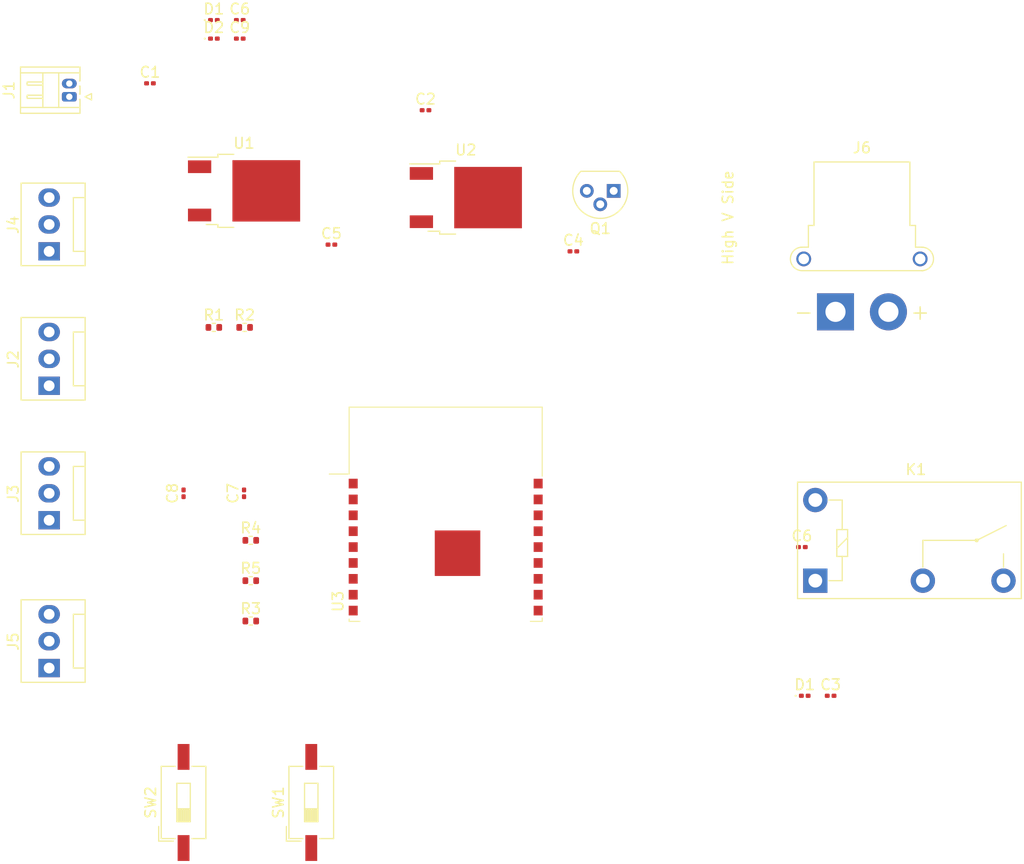
<source format=kicad_pcb>
(kicad_pcb (version 20171130) (host pcbnew "(5.1.10-1-10_14)")

  (general
    (thickness 1.6)
    (drawings 1)
    (tracks 0)
    (zones 0)
    (modules 31)
    (nets 24)
  )

  (page A4)
  (layers
    (0 F.Cu signal)
    (31 B.Cu signal)
    (32 B.Adhes user)
    (33 F.Adhes user)
    (34 B.Paste user)
    (35 F.Paste user)
    (36 B.SilkS user)
    (37 F.SilkS user)
    (38 B.Mask user)
    (39 F.Mask user)
    (40 Dwgs.User user)
    (41 Cmts.User user)
    (42 Eco1.User user)
    (43 Eco2.User user)
    (44 Edge.Cuts user)
    (45 Margin user)
    (46 B.CrtYd user)
    (47 F.CrtYd user)
    (48 B.Fab user)
    (49 F.Fab user)
  )

  (setup
    (last_trace_width 0.25)
    (trace_clearance 0.2)
    (zone_clearance 0.508)
    (zone_45_only no)
    (trace_min 0.2)
    (via_size 0.8)
    (via_drill 0.4)
    (via_min_size 0.4)
    (via_min_drill 0.3)
    (uvia_size 0.3)
    (uvia_drill 0.1)
    (uvias_allowed no)
    (uvia_min_size 0.2)
    (uvia_min_drill 0.1)
    (edge_width 0.05)
    (segment_width 0.2)
    (pcb_text_width 0.3)
    (pcb_text_size 1.5 1.5)
    (mod_edge_width 0.12)
    (mod_text_size 1 1)
    (mod_text_width 0.15)
    (pad_size 1.524 1.524)
    (pad_drill 0.762)
    (pad_to_mask_clearance 0)
    (aux_axis_origin 0 0)
    (visible_elements FFFFFF7F)
    (pcbplotparams
      (layerselection 0x010fc_ffffffff)
      (usegerberextensions false)
      (usegerberattributes true)
      (usegerberadvancedattributes true)
      (creategerberjobfile true)
      (excludeedgelayer true)
      (linewidth 0.100000)
      (plotframeref false)
      (viasonmask false)
      (mode 1)
      (useauxorigin false)
      (hpglpennumber 1)
      (hpglpenspeed 20)
      (hpglpendiameter 15.000000)
      (psnegative false)
      (psa4output false)
      (plotreference true)
      (plotvalue true)
      (plotinvisibletext false)
      (padsonsilk false)
      (subtractmaskfromsilk false)
      (outputformat 1)
      (mirror false)
      (drillshape 1)
      (scaleselection 1)
      (outputdirectory ""))
  )

  (net 0 "")
  (net 1 +3V3)
  (net 2 GND)
  (net 3 GNDA)
  (net 4 "Net-(R1-Pad1)")
  (net 5 "Net-(R2-Pad2)")
  (net 6 "Net-(SW2-Pad1)")
  (net 7 "Net-(J2-Pad2)")
  (net 8 "Net-(J2-Pad3)")
  (net 9 "Net-(U3-Pad16)")
  (net 10 "Net-(U3-Pad7)")
  (net 11 "Net-(U3-Pad5)")
  (net 12 "Net-(U3-Pad4)")
  (net 13 "Net-(U3-Pad3)")
  (net 14 6V)
  (net 15 therm_dat)
  (net 16 5V_signal)
  (net 17 pump_on)
  (net 18 +5V)
  (net 19 "Net-(C6-Pad1)")
  (net 20 "Net-(C9-Pad1)")
  (net 21 RST)
  (net 22 120vac+)
  (net 23 120vac-)

  (net_class Default "This is the default net class."
    (clearance 0.2)
    (trace_width 0.25)
    (via_dia 0.8)
    (via_drill 0.4)
    (uvia_dia 0.3)
    (uvia_drill 0.1)
    (add_net +3V3)
    (add_net +5V)
    (add_net 120vac+)
    (add_net 120vac-)
    (add_net 5V_signal)
    (add_net 6V)
    (add_net GND)
    (add_net GNDA)
    (add_net "Net-(C6-Pad1)")
    (add_net "Net-(C9-Pad1)")
    (add_net "Net-(J2-Pad2)")
    (add_net "Net-(J2-Pad3)")
    (add_net "Net-(R1-Pad1)")
    (add_net "Net-(R2-Pad2)")
    (add_net "Net-(SW2-Pad1)")
    (add_net "Net-(U3-Pad16)")
    (add_net "Net-(U3-Pad3)")
    (add_net "Net-(U3-Pad4)")
    (add_net "Net-(U3-Pad5)")
    (add_net "Net-(U3-Pad7)")
    (add_net RST)
    (add_net pump_on)
    (add_net therm_dat)
  )

  (module Diode_SMD:D_0201_0603Metric (layer F.Cu) (tedit 5F68FEF0) (tstamp 60C33C1F)
    (at 67.000001 98.165001)
    (descr "Diode SMD 0201 (0603 Metric), square (rectangular) end terminal, IPC_7351 nominal, (Body size source: https://www.vishay.com/docs/20052/crcw0201e3.pdf), generated with kicad-footprint-generator")
    (tags diode)
    (path /60C39BB3)
    (attr smd)
    (fp_text reference D1 (at 0 -1.05) (layer F.SilkS)
      (effects (font (size 1 1) (thickness 0.15)))
    )
    (fp_text value D (at 0 1.05) (layer F.Fab)
      (effects (font (size 1 1) (thickness 0.15)))
    )
    (fp_circle (center -0.86 0) (end -0.81 0) (layer F.SilkS) (width 0.1))
    (fp_line (start -0.3 0.15) (end -0.3 -0.15) (layer F.Fab) (width 0.1))
    (fp_line (start -0.3 -0.15) (end 0.3 -0.15) (layer F.Fab) (width 0.1))
    (fp_line (start 0.3 -0.15) (end 0.3 0.15) (layer F.Fab) (width 0.1))
    (fp_line (start 0.3 0.15) (end -0.3 0.15) (layer F.Fab) (width 0.1))
    (fp_line (start -0.2 0.15) (end -0.2 -0.15) (layer F.Fab) (width 0.1))
    (fp_line (start -0.1 0.15) (end -0.1 -0.15) (layer F.Fab) (width 0.1))
    (fp_line (start -0.7 0.35) (end -0.7 -0.35) (layer F.CrtYd) (width 0.05))
    (fp_line (start -0.7 -0.35) (end 0.7 -0.35) (layer F.CrtYd) (width 0.05))
    (fp_line (start 0.7 -0.35) (end 0.7 0.35) (layer F.CrtYd) (width 0.05))
    (fp_line (start 0.7 0.35) (end -0.7 0.35) (layer F.CrtYd) (width 0.05))
    (fp_text user %R (at 0 -0.68) (layer F.Fab)
      (effects (font (size 0.25 0.25) (thickness 0.04)))
    )
    (pad 2 smd roundrect (at 0.32 0) (size 0.46 0.4) (layers F.Cu F.Mask) (roundrect_rratio 0.25)
      (net 19 "Net-(C6-Pad1)"))
    (pad 1 smd roundrect (at -0.32 0) (size 0.46 0.4) (layers F.Cu F.Mask) (roundrect_rratio 0.25)
      (net 3 GNDA))
    (pad "" smd roundrect (at 0.345 0) (size 0.318 0.36) (layers F.Paste) (roundrect_rratio 0.25))
    (pad "" smd roundrect (at -0.345 0) (size 0.318 0.36) (layers F.Paste) (roundrect_rratio 0.25))
    (model ${KISYS3DMOD}/Diode_SMD.3dshapes/D_0201_0603Metric.wrl
      (at (xyz 0 0 0))
      (scale (xyz 1 1 1))
      (rotate (xyz 0 0 0))
    )
  )

  (module Diode_SMD:D_0201_0603Metric (layer F.Cu) (tedit 5F68FEF0) (tstamp 60C33C33)
    (at 67.000001 99.915001)
    (descr "Diode SMD 0201 (0603 Metric), square (rectangular) end terminal, IPC_7351 nominal, (Body size source: https://www.vishay.com/docs/20052/crcw0201e3.pdf), generated with kicad-footprint-generator")
    (tags diode)
    (path /60C31F41)
    (attr smd)
    (fp_text reference D2 (at 0 -1.05) (layer F.SilkS)
      (effects (font (size 1 1) (thickness 0.15)))
    )
    (fp_text value D (at 0 1.05) (layer F.Fab)
      (effects (font (size 1 1) (thickness 0.15)))
    )
    (fp_line (start 0.7 0.35) (end -0.7 0.35) (layer F.CrtYd) (width 0.05))
    (fp_line (start 0.7 -0.35) (end 0.7 0.35) (layer F.CrtYd) (width 0.05))
    (fp_line (start -0.7 -0.35) (end 0.7 -0.35) (layer F.CrtYd) (width 0.05))
    (fp_line (start -0.7 0.35) (end -0.7 -0.35) (layer F.CrtYd) (width 0.05))
    (fp_line (start -0.1 0.15) (end -0.1 -0.15) (layer F.Fab) (width 0.1))
    (fp_line (start -0.2 0.15) (end -0.2 -0.15) (layer F.Fab) (width 0.1))
    (fp_line (start 0.3 0.15) (end -0.3 0.15) (layer F.Fab) (width 0.1))
    (fp_line (start 0.3 -0.15) (end 0.3 0.15) (layer F.Fab) (width 0.1))
    (fp_line (start -0.3 -0.15) (end 0.3 -0.15) (layer F.Fab) (width 0.1))
    (fp_line (start -0.3 0.15) (end -0.3 -0.15) (layer F.Fab) (width 0.1))
    (fp_circle (center -0.86 0) (end -0.81 0) (layer F.SilkS) (width 0.1))
    (fp_text user %R (at 0 -0.68) (layer F.Fab)
      (effects (font (size 0.25 0.25) (thickness 0.04)))
    )
    (pad "" smd roundrect (at -0.345 0) (size 0.318 0.36) (layers F.Paste) (roundrect_rratio 0.25))
    (pad "" smd roundrect (at 0.345 0) (size 0.318 0.36) (layers F.Paste) (roundrect_rratio 0.25))
    (pad 1 smd roundrect (at -0.32 0) (size 0.46 0.4) (layers F.Cu F.Mask) (roundrect_rratio 0.25)
      (net 3 GNDA))
    (pad 2 smd roundrect (at 0.32 0) (size 0.46 0.4) (layers F.Cu F.Mask) (roundrect_rratio 0.25)
      (net 20 "Net-(C9-Pad1)"))
    (model ${KISYS3DMOD}/Diode_SMD.3dshapes/D_0201_0603Metric.wrl
      (at (xyz 0 0 0))
      (scale (xyz 1 1 1))
      (rotate (xyz 0 0 0))
    )
  )

  (module Capacitor_SMD:C_0201_0603Metric (layer F.Cu) (tedit 5F68FEEE) (tstamp 60C35A96)
    (at 69.445001 99.915001)
    (descr "Capacitor SMD 0201 (0603 Metric), square (rectangular) end terminal, IPC_7351 nominal, (Body size source: https://www.vishay.com/docs/20052/crcw0201e3.pdf), generated with kicad-footprint-generator")
    (tags capacitor)
    (path /60C31189)
    (attr smd)
    (fp_text reference C9 (at 0 -1.05) (layer F.SilkS)
      (effects (font (size 1 1) (thickness 0.15)))
    )
    (fp_text value 0.47uF (at 0 1.05) (layer F.Fab)
      (effects (font (size 1 1) (thickness 0.15)))
    )
    (fp_line (start 0.7 0.35) (end -0.7 0.35) (layer F.CrtYd) (width 0.05))
    (fp_line (start 0.7 -0.35) (end 0.7 0.35) (layer F.CrtYd) (width 0.05))
    (fp_line (start -0.7 -0.35) (end 0.7 -0.35) (layer F.CrtYd) (width 0.05))
    (fp_line (start -0.7 0.35) (end -0.7 -0.35) (layer F.CrtYd) (width 0.05))
    (fp_line (start 0.3 0.15) (end -0.3 0.15) (layer F.Fab) (width 0.1))
    (fp_line (start 0.3 -0.15) (end 0.3 0.15) (layer F.Fab) (width 0.1))
    (fp_line (start -0.3 -0.15) (end 0.3 -0.15) (layer F.Fab) (width 0.1))
    (fp_line (start -0.3 0.15) (end -0.3 -0.15) (layer F.Fab) (width 0.1))
    (fp_text user %R (at 0 -0.68) (layer F.Fab)
      (effects (font (size 0.25 0.25) (thickness 0.04)))
    )
    (pad "" smd roundrect (at -0.345 0) (size 0.318 0.36) (layers F.Paste) (roundrect_rratio 0.25))
    (pad "" smd roundrect (at 0.345 0) (size 0.318 0.36) (layers F.Paste) (roundrect_rratio 0.25))
    (pad 1 smd roundrect (at -0.32 0) (size 0.46 0.4) (layers F.Cu F.Mask) (roundrect_rratio 0.25)
      (net 20 "Net-(C9-Pad1)"))
    (pad 2 smd roundrect (at 0.32 0) (size 0.46 0.4) (layers F.Cu F.Mask) (roundrect_rratio 0.25)
      (net 1 +3V3))
    (model ${KISYS3DMOD}/Capacitor_SMD.3dshapes/C_0201_0603Metric.wrl
      (at (xyz 0 0 0))
      (scale (xyz 1 1 1))
      (rotate (xyz 0 0 0))
    )
  )

  (module Capacitor_SMD:C_0201_0603Metric (layer F.Cu) (tedit 5F68FEEE) (tstamp 60C33BFA)
    (at 69.445001 98.165001)
    (descr "Capacitor SMD 0201 (0603 Metric), square (rectangular) end terminal, IPC_7351 nominal, (Body size source: https://www.vishay.com/docs/20052/crcw0201e3.pdf), generated with kicad-footprint-generator")
    (tags capacitor)
    (path /60C39BAD)
    (attr smd)
    (fp_text reference C6 (at 0 -1.05) (layer F.SilkS)
      (effects (font (size 1 1) (thickness 0.15)))
    )
    (fp_text value 0.47uF (at 0 1.05) (layer F.Fab)
      (effects (font (size 1 1) (thickness 0.15)))
    )
    (fp_line (start -0.3 0.15) (end -0.3 -0.15) (layer F.Fab) (width 0.1))
    (fp_line (start -0.3 -0.15) (end 0.3 -0.15) (layer F.Fab) (width 0.1))
    (fp_line (start 0.3 -0.15) (end 0.3 0.15) (layer F.Fab) (width 0.1))
    (fp_line (start 0.3 0.15) (end -0.3 0.15) (layer F.Fab) (width 0.1))
    (fp_line (start -0.7 0.35) (end -0.7 -0.35) (layer F.CrtYd) (width 0.05))
    (fp_line (start -0.7 -0.35) (end 0.7 -0.35) (layer F.CrtYd) (width 0.05))
    (fp_line (start 0.7 -0.35) (end 0.7 0.35) (layer F.CrtYd) (width 0.05))
    (fp_line (start 0.7 0.35) (end -0.7 0.35) (layer F.CrtYd) (width 0.05))
    (fp_text user %R (at 0 -0.68) (layer F.Fab)
      (effects (font (size 0.25 0.25) (thickness 0.04)))
    )
    (pad 2 smd roundrect (at 0.32 0) (size 0.46 0.4) (layers F.Cu F.Mask) (roundrect_rratio 0.25)
      (net 18 +5V))
    (pad 1 smd roundrect (at -0.32 0) (size 0.46 0.4) (layers F.Cu F.Mask) (roundrect_rratio 0.25)
      (net 19 "Net-(C6-Pad1)"))
    (pad "" smd roundrect (at 0.345 0) (size 0.318 0.36) (layers F.Paste) (roundrect_rratio 0.25))
    (pad "" smd roundrect (at -0.345 0) (size 0.318 0.36) (layers F.Paste) (roundrect_rratio 0.25))
    (model ${KISYS3DMOD}/Capacitor_SMD.3dshapes/C_0201_0603Metric.wrl
      (at (xyz 0 0 0))
      (scale (xyz 1 1 1))
      (rotate (xyz 0 0 0))
    )
  )

  (module Connector_Hirose:Hirose_DF13-02P-1.25DS_1x02_P1.25mm_Horizontal (layer F.Cu) (tedit 5D246AAF) (tstamp 60C355B6)
    (at 53.34 105.41 90)
    (descr "Hirose DF13 through hole, DF13-02P-1.25DS, 2 Pins per row (https://www.hirose.com/product/en/products/DF13/DF13-4P-1.25DS%2820%29/), generated with kicad-footprint-generator")
    (tags "connector Hirose DF13 horizontal")
    (path /60C47388)
    (fp_text reference J1 (at 0.62 -5.7 90) (layer F.SilkS)
      (effects (font (size 1 1) (thickness 0.15)))
    )
    (fp_text value Conn_01x02 (at 0.62 2.1 90) (layer F.Fab)
      (effects (font (size 1 1) (thickness 0.15)))
    )
    (fp_line (start 3.2 -5) (end -1.95 -5) (layer F.CrtYd) (width 0.05))
    (fp_line (start 3.2 1.4) (end 3.2 -5) (layer F.CrtYd) (width 0.05))
    (fp_line (start -1.95 1.4) (end 3.2 1.4) (layer F.CrtYd) (width 0.05))
    (fp_line (start -1.95 -5) (end -1.95 1.4) (layer F.CrtYd) (width 0.05))
    (fp_line (start 0 0.192893) (end 0.5 0.9) (layer F.Fab) (width 0.1))
    (fp_line (start -0.5 0.9) (end 0 0.192893) (layer F.Fab) (width 0.1))
    (fp_line (start 0.3 2.1) (end 0 1.5) (layer F.SilkS) (width 0.12))
    (fp_line (start -0.3 2.1) (end 0.3 2.1) (layer F.SilkS) (width 0.12))
    (fp_line (start 0 1.5) (end -0.3 2.1) (layer F.SilkS) (width 0.12))
    (fp_line (start 1 1.01) (end 1 0.96) (layer F.SilkS) (width 0.12))
    (fp_line (start 0.25 1.01) (end 1 1.01) (layer F.SilkS) (width 0.12))
    (fp_line (start 0.25 0.96) (end 0.25 1.01) (layer F.SilkS) (width 0.12))
    (fp_line (start 1.4 -3.9625) (end 1.4 -2.5) (layer F.SilkS) (width 0.12))
    (fp_line (start 1.25 -4) (end 1.4 -3.9625) (layer F.SilkS) (width 0.12))
    (fp_line (start 1.1 -3.9625) (end 1.25 -4) (layer F.SilkS) (width 0.12))
    (fp_line (start 1.1 -2.5) (end 1.1 -3.9625) (layer F.SilkS) (width 0.12))
    (fp_line (start 0.15 -3.9625) (end 0.15 -2.5) (layer F.SilkS) (width 0.12))
    (fp_line (start 0 -4) (end 0.15 -3.9625) (layer F.SilkS) (width 0.12))
    (fp_line (start -0.15 -3.9625) (end 0 -4) (layer F.SilkS) (width 0.12))
    (fp_line (start -0.15 -2.5) (end -0.15 -3.9625) (layer F.SilkS) (width 0.12))
    (fp_line (start 2.26 -4.61) (end 2.26 1.01) (layer F.SilkS) (width 0.12))
    (fp_line (start -1.01 -4.61) (end -1.01 1.01) (layer F.SilkS) (width 0.12))
    (fp_line (start -1.01 -1) (end 2.26 -1) (layer F.SilkS) (width 0.12))
    (fp_line (start -1.01 -2.5) (end 2.26 -2.5) (layer F.SilkS) (width 0.12))
    (fp_line (start 1.5 1.01) (end 1.5 0.96) (layer F.SilkS) (width 0.12))
    (fp_line (start 2.81 1.01) (end 1.5 1.01) (layer F.SilkS) (width 0.12))
    (fp_line (start 2.81 -4.61) (end 2.81 1.01) (layer F.SilkS) (width 0.12))
    (fp_line (start -1.56 -4.61) (end 2.81 -4.61) (layer F.SilkS) (width 0.12))
    (fp_line (start -1.56 1.01) (end -1.56 -4.61) (layer F.SilkS) (width 0.12))
    (fp_line (start -0.25 1.01) (end -1.56 1.01) (layer F.SilkS) (width 0.12))
    (fp_line (start -0.25 0.96) (end -0.25 1.01) (layer F.SilkS) (width 0.12))
    (fp_line (start 2.7 -4.5) (end -1.45 -4.5) (layer F.Fab) (width 0.1))
    (fp_line (start 2.7 0.9) (end 2.7 -4.5) (layer F.Fab) (width 0.1))
    (fp_line (start -1.45 0.9) (end 2.7 0.9) (layer F.Fab) (width 0.1))
    (fp_line (start -1.45 -4.5) (end -1.45 0.9) (layer F.Fab) (width 0.1))
    (fp_text user %R (at 0.62 -3.8 90) (layer F.Fab)
      (effects (font (size 1 1) (thickness 0.15)))
    )
    (pad 2 thru_hole oval (at 1.25 0 90) (size 0.9 1.4) (drill 0.6) (layers *.Cu *.Mask)
      (net 14 6V))
    (pad 1 thru_hole roundrect (at 0 0 90) (size 0.9 1.4) (drill 0.6) (layers *.Cu *.Mask) (roundrect_rratio 0.25)
      (net 2 GND))
    (model ${KISYS3DMOD}/Connector_Hirose.3dshapes/Hirose_DF13-02P-1.25DS_1x02_P1.25mm_Horizontal.wrl
      (at (xyz 0 0 0))
      (scale (xyz 1 1 1))
      (rotate (xyz 0 0 0))
    )
  )

  (module Connector_AMASS:AMASS_XT30PW-F_1x02_P2.50mm_Horizontal (layer F.Cu) (tedit 5C8EB270) (tstamp 60C147AD)
    (at 125.73 125.73)
    (descr "Connector XT30 Horizontal PCB Female, https://www.tme.eu/en/Document/ce4077e36b79046da520ca73227e15de/XT30PW%20SPEC.pdf")
    (tags "RC Connector XT30")
    (path /60CE3C63)
    (fp_text reference J6 (at 2.5 -15.5) (layer F.SilkS)
      (effects (font (size 1 1) (thickness 0.15)))
    )
    (fp_text value Conn_01x02 (at 2.5 3.5) (layer F.Fab)
      (effects (font (size 1 1) (thickness 0.15)))
    )
    (fp_line (start -2.03 -14.16) (end -2.03 -8.16) (layer F.SilkS) (width 0.12))
    (fp_line (start -2.03 -14.16) (end 7 -14.16) (layer F.SilkS) (width 0.12))
    (fp_line (start 7.03 -14.16) (end 7.03 -8.16) (layer F.SilkS) (width 0.12))
    (fp_line (start 7.03 -8.16) (end 7.56 -8.16) (layer F.SilkS) (width 0.12))
    (fp_line (start 7.56 -8.16) (end 7.56 -6.11) (layer F.SilkS) (width 0.12))
    (fp_line (start 7.56 -6.11) (end 8.26 -6.11) (layer F.SilkS) (width 0.12))
    (fp_line (start -3.26 -6.11) (end -2.56 -6.11) (layer F.SilkS) (width 0.12))
    (fp_line (start -2.56 -8.16) (end -2.56 -6.11) (layer F.SilkS) (width 0.12))
    (fp_line (start 7.45 -6) (end 8.15 -6) (layer F.Fab) (width 0.1))
    (fp_line (start 7.45 -8.05) (end 7.45 -6.05) (layer F.Fab) (width 0.1))
    (fp_line (start -2.45 -8.05) (end -2.45 -6) (layer F.Fab) (width 0.1))
    (fp_line (start -3.15 -6) (end -2.45 -6) (layer F.Fab) (width 0.1))
    (fp_line (start -3.15 -4) (end 8.15 -4) (layer F.Fab) (width 0.1))
    (fp_line (start -3.26 -3.89) (end 8.26 -3.89) (layer F.SilkS) (width 0.12))
    (fp_line (start -4.65 -8.55) (end -4.65 2.25) (layer F.CrtYd) (width 0.05))
    (fp_line (start -4.65 -8.55) (end -2.42 -8.55) (layer F.CrtYd) (width 0.05))
    (fp_line (start -2.42 -14.55) (end -2.42 -8.55) (layer F.CrtYd) (width 0.05))
    (fp_line (start -2.42 -14.55) (end 7.42 -14.55) (layer F.CrtYd) (width 0.05))
    (fp_line (start 7.42 -14.55) (end 7.42 -8.55) (layer F.CrtYd) (width 0.05))
    (fp_line (start 7.42 -8.55) (end 9.65 -8.55) (layer F.CrtYd) (width 0.05))
    (fp_line (start 9.65 -8.55) (end 9.65 2.25) (layer F.CrtYd) (width 0.05))
    (fp_line (start -4.65 2.25) (end 9.65 2.25) (layer F.CrtYd) (width 0.05))
    (fp_line (start -2.56 -8.16) (end -2.03 -8.16) (layer F.SilkS) (width 0.12))
    (fp_line (start -2.45 -8.05) (end 7.45 -8.05) (layer F.Fab) (width 0.1))
    (fp_line (start 6.92 -14.05) (end 6.92 -8.05) (layer F.Fab) (width 0.1))
    (fp_line (start -1.92 -14.05) (end -1.92 -8.05) (layer F.Fab) (width 0.1))
    (fp_line (start -1.92 -14.05) (end 6.92 -14.05) (layer F.Fab) (width 0.1))
    (fp_text user - (at -3 0) (layer F.SilkS)
      (effects (font (size 1.5 1.5) (thickness 0.15)))
    )
    (fp_text user + (at 8 0) (layer F.SilkS)
      (effects (font (size 1.5 1.5) (thickness 0.15)))
    )
    (fp_arc (start 8.15 -5) (end 8.15 -3.89) (angle -180) (layer F.SilkS) (width 0.12))
    (fp_arc (start -3.15 -5) (end -3.15 -6.11) (angle -171.1) (layer F.SilkS) (width 0.12))
    (fp_arc (start -3.15 -5) (end -3.15 -6) (angle -180) (layer F.Fab) (width 0.1))
    (fp_arc (start 8.15 -5) (end 8.15 -4) (angle -180) (layer F.Fab) (width 0.1))
    (fp_text user %R (at 2.5 -3) (layer F.Fab)
      (effects (font (size 1 1) (thickness 0.15)))
    )
    (pad 2 thru_hole circle (at 5 0) (size 3.5 3.5) (drill 1.9) (layers *.Cu *.Mask)
      (net 22 120vac+))
    (pad 1 thru_hole rect (at 0 0) (size 3.5 3.5) (drill 1.9) (layers *.Cu *.Mask)
      (net 3 GNDA))
    (pad "" thru_hole circle (at 8 -5) (size 1.4 1.4) (drill 1) (layers *.Cu *.Mask))
    (pad "" thru_hole circle (at -3 -5 90) (size 1.4 1.4) (drill 1) (layers *.Cu *.Mask))
    (model ${KISYS3DMOD}/Connector_AMASS.3dshapes/AMASS_XT30PW-F_1x02_P2.50mm_Horizontal.wrl
      (at (xyz 0 0 0))
      (scale (xyz 1 1 1))
      (rotate (xyz 0 0 0))
    )
  )

  (module Capacitor_SMD:C_0201_0603Metric (layer F.Cu) (tedit 5F68FEEE) (tstamp 60C037A3)
    (at 69.85 142.875 90)
    (descr "Capacitor SMD 0201 (0603 Metric), square (rectangular) end terminal, IPC_7351 nominal, (Body size source: https://www.vishay.com/docs/20052/crcw0201e3.pdf), generated with kicad-footprint-generator")
    (tags capacitor)
    (path /60C0293B)
    (attr smd)
    (fp_text reference C7 (at 0 -1.05 90) (layer F.SilkS)
      (effects (font (size 1 1) (thickness 0.15)))
    )
    (fp_text value 10uF (at 0 1.05 90) (layer F.Fab)
      (effects (font (size 1 1) (thickness 0.15)))
    )
    (fp_line (start -0.3 0.15) (end -0.3 -0.15) (layer F.Fab) (width 0.1))
    (fp_line (start -0.3 -0.15) (end 0.3 -0.15) (layer F.Fab) (width 0.1))
    (fp_line (start 0.3 -0.15) (end 0.3 0.15) (layer F.Fab) (width 0.1))
    (fp_line (start 0.3 0.15) (end -0.3 0.15) (layer F.Fab) (width 0.1))
    (fp_line (start -0.7 0.35) (end -0.7 -0.35) (layer F.CrtYd) (width 0.05))
    (fp_line (start -0.7 -0.35) (end 0.7 -0.35) (layer F.CrtYd) (width 0.05))
    (fp_line (start 0.7 -0.35) (end 0.7 0.35) (layer F.CrtYd) (width 0.05))
    (fp_line (start 0.7 0.35) (end -0.7 0.35) (layer F.CrtYd) (width 0.05))
    (fp_text user %R (at 0 -0.68 90) (layer F.Fab)
      (effects (font (size 0.25 0.25) (thickness 0.04)))
    )
    (pad "" smd roundrect (at -0.345 0 90) (size 0.318 0.36) (layers F.Paste) (roundrect_rratio 0.25))
    (pad "" smd roundrect (at 0.345 0 90) (size 0.318 0.36) (layers F.Paste) (roundrect_rratio 0.25))
    (pad 1 smd roundrect (at -0.32 0 90) (size 0.46 0.4) (layers F.Cu F.Mask) (roundrect_rratio 0.25)
      (net 2 GND))
    (pad 2 smd roundrect (at 0.32 0 90) (size 0.46 0.4) (layers F.Cu F.Mask) (roundrect_rratio 0.25)
      (net 1 +3V3))
    (model ${KISYS3DMOD}/Capacitor_SMD.3dshapes/C_0201_0603Metric.wrl
      (at (xyz 0 0 0))
      (scale (xyz 1 1 1))
      (rotate (xyz 0 0 0))
    )
  )

  (module Capacitor_SMD:C_0201_0603Metric (layer F.Cu) (tedit 5F68FEEE) (tstamp 60C037B4)
    (at 64.135 142.875 90)
    (descr "Capacitor SMD 0201 (0603 Metric), square (rectangular) end terminal, IPC_7351 nominal, (Body size source: https://www.vishay.com/docs/20052/crcw0201e3.pdf), generated with kicad-footprint-generator")
    (tags capacitor)
    (path /60C03F6B)
    (attr smd)
    (fp_text reference C8 (at 0 -1.05 90) (layer F.SilkS)
      (effects (font (size 1 1) (thickness 0.15)))
    )
    (fp_text value 0.1uF (at 0 1.05 90) (layer F.Fab)
      (effects (font (size 1 1) (thickness 0.15)))
    )
    (fp_line (start 0.7 0.35) (end -0.7 0.35) (layer F.CrtYd) (width 0.05))
    (fp_line (start 0.7 -0.35) (end 0.7 0.35) (layer F.CrtYd) (width 0.05))
    (fp_line (start -0.7 -0.35) (end 0.7 -0.35) (layer F.CrtYd) (width 0.05))
    (fp_line (start -0.7 0.35) (end -0.7 -0.35) (layer F.CrtYd) (width 0.05))
    (fp_line (start 0.3 0.15) (end -0.3 0.15) (layer F.Fab) (width 0.1))
    (fp_line (start 0.3 -0.15) (end 0.3 0.15) (layer F.Fab) (width 0.1))
    (fp_line (start -0.3 -0.15) (end 0.3 -0.15) (layer F.Fab) (width 0.1))
    (fp_line (start -0.3 0.15) (end -0.3 -0.15) (layer F.Fab) (width 0.1))
    (fp_text user %R (at 0 -0.68 90) (layer F.Fab)
      (effects (font (size 0.25 0.25) (thickness 0.04)))
    )
    (pad 2 smd roundrect (at 0.32 0 90) (size 0.46 0.4) (layers F.Cu F.Mask) (roundrect_rratio 0.25)
      (net 1 +3V3))
    (pad 1 smd roundrect (at -0.32 0 90) (size 0.46 0.4) (layers F.Cu F.Mask) (roundrect_rratio 0.25)
      (net 2 GND))
    (pad "" smd roundrect (at 0.345 0 90) (size 0.318 0.36) (layers F.Paste) (roundrect_rratio 0.25))
    (pad "" smd roundrect (at -0.345 0 90) (size 0.318 0.36) (layers F.Paste) (roundrect_rratio 0.25))
    (model ${KISYS3DMOD}/Capacitor_SMD.3dshapes/C_0201_0603Metric.wrl
      (at (xyz 0 0 0))
      (scale (xyz 1 1 1))
      (rotate (xyz 0 0 0))
    )
  )

  (module Capacitor_SMD:C_0201_0603Metric (layer F.Cu) (tedit 5F68FEEE) (tstamp 60C037C5)
    (at 122.555 147.955)
    (descr "Capacitor SMD 0201 (0603 Metric), square (rectangular) end terminal, IPC_7351 nominal, (Body size source: https://www.vishay.com/docs/20052/crcw0201e3.pdf), generated with kicad-footprint-generator")
    (tags capacitor)
    (path /60C3B3D8)
    (attr smd)
    (fp_text reference C6 (at 0 -1.05) (layer F.SilkS)
      (effects (font (size 1 1) (thickness 0.15)))
    )
    (fp_text value 0.47uF (at 0 1.05) (layer F.Fab)
      (effects (font (size 1 1) (thickness 0.15)))
    )
    (fp_line (start 0.7 0.35) (end -0.7 0.35) (layer F.CrtYd) (width 0.05))
    (fp_line (start 0.7 -0.35) (end 0.7 0.35) (layer F.CrtYd) (width 0.05))
    (fp_line (start -0.7 -0.35) (end 0.7 -0.35) (layer F.CrtYd) (width 0.05))
    (fp_line (start -0.7 0.35) (end -0.7 -0.35) (layer F.CrtYd) (width 0.05))
    (fp_line (start 0.3 0.15) (end -0.3 0.15) (layer F.Fab) (width 0.1))
    (fp_line (start 0.3 -0.15) (end 0.3 0.15) (layer F.Fab) (width 0.1))
    (fp_line (start -0.3 -0.15) (end 0.3 -0.15) (layer F.Fab) (width 0.1))
    (fp_line (start -0.3 0.15) (end -0.3 -0.15) (layer F.Fab) (width 0.1))
    (fp_text user %R (at 0 -0.68) (layer F.Fab)
      (effects (font (size 0.25 0.25) (thickness 0.04)))
    )
    (pad 2 smd roundrect (at 0.32 0) (size 0.46 0.4) (layers F.Cu F.Mask) (roundrect_rratio 0.25)
      (net 2 GND))
    (pad 1 smd roundrect (at -0.32 0) (size 0.46 0.4) (layers F.Cu F.Mask) (roundrect_rratio 0.25)
      (net 1 +3V3))
    (pad "" smd roundrect (at 0.345 0) (size 0.318 0.36) (layers F.Paste) (roundrect_rratio 0.25))
    (pad "" smd roundrect (at -0.345 0) (size 0.318 0.36) (layers F.Paste) (roundrect_rratio 0.25))
    (model ${KISYS3DMOD}/Capacitor_SMD.3dshapes/C_0201_0603Metric.wrl
      (at (xyz 0 0 0))
      (scale (xyz 1 1 1))
      (rotate (xyz 0 0 0))
    )
  )

  (module Capacitor_SMD:C_0201_0603Metric (layer F.Cu) (tedit 5F68FEEE) (tstamp 60C037D6)
    (at 86.995 106.68)
    (descr "Capacitor SMD 0201 (0603 Metric), square (rectangular) end terminal, IPC_7351 nominal, (Body size source: https://www.vishay.com/docs/20052/crcw0201e3.pdf), generated with kicad-footprint-generator")
    (tags capacitor)
    (path /60C077E0)
    (attr smd)
    (fp_text reference C2 (at 0 -1.05) (layer F.SilkS)
      (effects (font (size 1 1) (thickness 0.15)))
    )
    (fp_text value 1uF (at 0 1.05) (layer F.Fab)
      (effects (font (size 1 1) (thickness 0.15)))
    )
    (fp_line (start -0.3 0.15) (end -0.3 -0.15) (layer F.Fab) (width 0.1))
    (fp_line (start -0.3 -0.15) (end 0.3 -0.15) (layer F.Fab) (width 0.1))
    (fp_line (start 0.3 -0.15) (end 0.3 0.15) (layer F.Fab) (width 0.1))
    (fp_line (start 0.3 0.15) (end -0.3 0.15) (layer F.Fab) (width 0.1))
    (fp_line (start -0.7 0.35) (end -0.7 -0.35) (layer F.CrtYd) (width 0.05))
    (fp_line (start -0.7 -0.35) (end 0.7 -0.35) (layer F.CrtYd) (width 0.05))
    (fp_line (start 0.7 -0.35) (end 0.7 0.35) (layer F.CrtYd) (width 0.05))
    (fp_line (start 0.7 0.35) (end -0.7 0.35) (layer F.CrtYd) (width 0.05))
    (fp_text user %R (at 0 -0.68) (layer F.Fab)
      (effects (font (size 0.25 0.25) (thickness 0.04)))
    )
    (pad "" smd roundrect (at -0.345 0) (size 0.318 0.36) (layers F.Paste) (roundrect_rratio 0.25))
    (pad "" smd roundrect (at 0.345 0) (size 0.318 0.36) (layers F.Paste) (roundrect_rratio 0.25))
    (pad 1 smd roundrect (at -0.32 0) (size 0.46 0.4) (layers F.Cu F.Mask) (roundrect_rratio 0.25)
      (net 14 6V))
    (pad 2 smd roundrect (at 0.32 0) (size 0.46 0.4) (layers F.Cu F.Mask) (roundrect_rratio 0.25)
      (net 2 GND))
    (model ${KISYS3DMOD}/Capacitor_SMD.3dshapes/C_0201_0603Metric.wrl
      (at (xyz 0 0 0))
      (scale (xyz 1 1 1))
      (rotate (xyz 0 0 0))
    )
  )

  (module Capacitor_SMD:C_0201_0603Metric (layer F.Cu) (tedit 5F68FEEE) (tstamp 60C037E7)
    (at 100.965 120.015)
    (descr "Capacitor SMD 0201 (0603 Metric), square (rectangular) end terminal, IPC_7351 nominal, (Body size source: https://www.vishay.com/docs/20052/crcw0201e3.pdf), generated with kicad-footprint-generator")
    (tags capacitor)
    (path /60C0C52E)
    (attr smd)
    (fp_text reference C4 (at 0 -1.05) (layer F.SilkS)
      (effects (font (size 1 1) (thickness 0.15)))
    )
    (fp_text value 1uF (at 0 1.05) (layer F.Fab)
      (effects (font (size 1 1) (thickness 0.15)))
    )
    (fp_line (start 0.7 0.35) (end -0.7 0.35) (layer F.CrtYd) (width 0.05))
    (fp_line (start 0.7 -0.35) (end 0.7 0.35) (layer F.CrtYd) (width 0.05))
    (fp_line (start -0.7 -0.35) (end 0.7 -0.35) (layer F.CrtYd) (width 0.05))
    (fp_line (start -0.7 0.35) (end -0.7 -0.35) (layer F.CrtYd) (width 0.05))
    (fp_line (start 0.3 0.15) (end -0.3 0.15) (layer F.Fab) (width 0.1))
    (fp_line (start 0.3 -0.15) (end 0.3 0.15) (layer F.Fab) (width 0.1))
    (fp_line (start -0.3 -0.15) (end 0.3 -0.15) (layer F.Fab) (width 0.1))
    (fp_line (start -0.3 0.15) (end -0.3 -0.15) (layer F.Fab) (width 0.1))
    (fp_text user %R (at 0 -0.68) (layer F.Fab)
      (effects (font (size 0.25 0.25) (thickness 0.04)))
    )
    (pad 2 smd roundrect (at 0.32 0) (size 0.46 0.4) (layers F.Cu F.Mask) (roundrect_rratio 0.25)
      (net 2 GND))
    (pad 1 smd roundrect (at -0.32 0) (size 0.46 0.4) (layers F.Cu F.Mask) (roundrect_rratio 0.25)
      (net 18 +5V))
    (pad "" smd roundrect (at 0.345 0) (size 0.318 0.36) (layers F.Paste) (roundrect_rratio 0.25))
    (pad "" smd roundrect (at -0.345 0) (size 0.318 0.36) (layers F.Paste) (roundrect_rratio 0.25))
    (model ${KISYS3DMOD}/Capacitor_SMD.3dshapes/C_0201_0603Metric.wrl
      (at (xyz 0 0 0))
      (scale (xyz 1 1 1))
      (rotate (xyz 0 0 0))
    )
  )

  (module Diode_SMD:D_0201_0603Metric (layer F.Cu) (tedit 5F68FEF0) (tstamp 60C037FB)
    (at 122.825001 162.005001)
    (descr "Diode SMD 0201 (0603 Metric), square (rectangular) end terminal, IPC_7351 nominal, (Body size source: https://www.vishay.com/docs/20052/crcw0201e3.pdf), generated with kicad-footprint-generator")
    (tags diode)
    (path /60C3A5A0)
    (attr smd)
    (fp_text reference D1 (at 0 -1.05) (layer F.SilkS)
      (effects (font (size 1 1) (thickness 0.15)))
    )
    (fp_text value D (at 0 1.05) (layer F.Fab)
      (effects (font (size 1 1) (thickness 0.15)))
    )
    (fp_circle (center -0.86 0) (end -0.81 0) (layer F.SilkS) (width 0.1))
    (fp_line (start -0.3 0.15) (end -0.3 -0.15) (layer F.Fab) (width 0.1))
    (fp_line (start -0.3 -0.15) (end 0.3 -0.15) (layer F.Fab) (width 0.1))
    (fp_line (start 0.3 -0.15) (end 0.3 0.15) (layer F.Fab) (width 0.1))
    (fp_line (start 0.3 0.15) (end -0.3 0.15) (layer F.Fab) (width 0.1))
    (fp_line (start -0.2 0.15) (end -0.2 -0.15) (layer F.Fab) (width 0.1))
    (fp_line (start -0.1 0.15) (end -0.1 -0.15) (layer F.Fab) (width 0.1))
    (fp_line (start -0.7 0.35) (end -0.7 -0.35) (layer F.CrtYd) (width 0.05))
    (fp_line (start -0.7 -0.35) (end 0.7 -0.35) (layer F.CrtYd) (width 0.05))
    (fp_line (start 0.7 -0.35) (end 0.7 0.35) (layer F.CrtYd) (width 0.05))
    (fp_line (start 0.7 0.35) (end -0.7 0.35) (layer F.CrtYd) (width 0.05))
    (fp_text user %R (at 0 -0.68) (layer F.Fab)
      (effects (font (size 0.25 0.25) (thickness 0.04)))
    )
    (pad "" smd roundrect (at -0.345 0) (size 0.318 0.36) (layers F.Paste) (roundrect_rratio 0.25))
    (pad "" smd roundrect (at 0.345 0) (size 0.318 0.36) (layers F.Paste) (roundrect_rratio 0.25))
    (pad 1 smd roundrect (at -0.32 0) (size 0.46 0.4) (layers F.Cu F.Mask) (roundrect_rratio 0.25)
      (net 3 GNDA))
    (pad 2 smd roundrect (at 0.32 0) (size 0.46 0.4) (layers F.Cu F.Mask) (roundrect_rratio 0.25)
      (net 1 +3V3))
    (model ${KISYS3DMOD}/Diode_SMD.3dshapes/D_0201_0603Metric.wrl
      (at (xyz 0 0 0))
      (scale (xyz 1 1 1))
      (rotate (xyz 0 0 0))
    )
  )

  (module Connector:FanPinHeader_1x03_P2.54mm_Vertical (layer F.Cu) (tedit 5A19DCDF) (tstamp 60C03815)
    (at 51.435 132.715 90)
    (descr "3-pin CPU fan Through hole pin header, see http://www.formfactors.org/developer%5Cspecs%5Crev1_2_public.pdf")
    (tags "pin header 3-pin CPU fan")
    (path /60C0EBBA)
    (fp_text reference J2 (at 2.5 -3.4 90) (layer F.SilkS)
      (effects (font (size 1 1) (thickness 0.15)))
    )
    (fp_text value Conn_01x03 (at 2.55 4.5 90) (layer F.Fab)
      (effects (font (size 1 1) (thickness 0.15)))
    )
    (fp_line (start -1.35 3.4) (end -1.35 -2.65) (layer F.SilkS) (width 0.12))
    (fp_line (start -1.35 -2.65) (end 6.45 -2.65) (layer F.SilkS) (width 0.12))
    (fp_line (start 6.45 -2.65) (end 6.45 3.4) (layer F.SilkS) (width 0.12))
    (fp_line (start 6.45 3.4) (end -1.35 3.4) (layer F.SilkS) (width 0.12))
    (fp_line (start 5.05 3.3) (end 5.05 2.3) (layer F.Fab) (width 0.1))
    (fp_line (start 5.05 2.3) (end 0 2.3) (layer F.Fab) (width 0.1))
    (fp_line (start 0 2.3) (end 0 3.3) (layer F.Fab) (width 0.1))
    (fp_line (start -1.25 3.3) (end -1.25 -2.55) (layer F.Fab) (width 0.1))
    (fp_line (start -1.25 -2.55) (end 6.35 -2.55) (layer F.Fab) (width 0.1))
    (fp_line (start 6.35 -2.55) (end 6.35 3.3) (layer F.Fab) (width 0.1))
    (fp_line (start 6.35 3.3) (end -1.25 3.3) (layer F.Fab) (width 0.1))
    (fp_line (start 0 3.3) (end 0 2.29) (layer F.SilkS) (width 0.12))
    (fp_line (start 0 2.29) (end 5.08 2.29) (layer F.SilkS) (width 0.12))
    (fp_line (start 5.08 2.29) (end 5.08 3.3) (layer F.SilkS) (width 0.12))
    (fp_line (start -1.75 3.8) (end -1.75 -3.05) (layer F.CrtYd) (width 0.05))
    (fp_line (start -1.75 3.8) (end 6.85 3.8) (layer F.CrtYd) (width 0.05))
    (fp_line (start 6.85 -3.05) (end -1.75 -3.05) (layer F.CrtYd) (width 0.05))
    (fp_line (start 6.85 -3.05) (end 6.85 3.8) (layer F.CrtYd) (width 0.05))
    (fp_text user %R (at 2.45 1.8 90) (layer F.Fab)
      (effects (font (size 1 1) (thickness 0.15)))
    )
    (pad 1 thru_hole rect (at 0 0 180) (size 2.03 1.73) (drill 1.02) (layers *.Cu *.Mask)
      (net 2 GND))
    (pad 2 thru_hole oval (at 2.54 0 180) (size 2.03 1.73) (drill 1.02) (layers *.Cu *.Mask)
      (net 7 "Net-(J2-Pad2)"))
    (pad 3 thru_hole oval (at 5.08 0 180) (size 2.03 1.73) (drill 1.02) (layers *.Cu *.Mask)
      (net 8 "Net-(J2-Pad3)"))
    (model ${KISYS3DMOD}/Connector.3dshapes/FanPinHeader_1x03_P2.54mm_Vertical.wrl
      (at (xyz 0 0 0))
      (scale (xyz 1 1 1))
      (rotate (xyz 0 0 0))
    )
  )

  (module Connector:FanPinHeader_1x03_P2.54mm_Vertical (layer F.Cu) (tedit 5A19DCDF) (tstamp 60C0382F)
    (at 51.435 145.415 90)
    (descr "3-pin CPU fan Through hole pin header, see http://www.formfactors.org/developer%5Cspecs%5Crev1_2_public.pdf")
    (tags "pin header 3-pin CPU fan")
    (path /60C1AF93)
    (fp_text reference J3 (at 2.5 -3.4 90) (layer F.SilkS)
      (effects (font (size 1 1) (thickness 0.15)))
    )
    (fp_text value Conn_01x03 (at 2.55 4.5 90) (layer F.Fab)
      (effects (font (size 1 1) (thickness 0.15)))
    )
    (fp_line (start 6.85 -3.05) (end 6.85 3.8) (layer F.CrtYd) (width 0.05))
    (fp_line (start 6.85 -3.05) (end -1.75 -3.05) (layer F.CrtYd) (width 0.05))
    (fp_line (start -1.75 3.8) (end 6.85 3.8) (layer F.CrtYd) (width 0.05))
    (fp_line (start -1.75 3.8) (end -1.75 -3.05) (layer F.CrtYd) (width 0.05))
    (fp_line (start 5.08 2.29) (end 5.08 3.3) (layer F.SilkS) (width 0.12))
    (fp_line (start 0 2.29) (end 5.08 2.29) (layer F.SilkS) (width 0.12))
    (fp_line (start 0 3.3) (end 0 2.29) (layer F.SilkS) (width 0.12))
    (fp_line (start 6.35 3.3) (end -1.25 3.3) (layer F.Fab) (width 0.1))
    (fp_line (start 6.35 -2.55) (end 6.35 3.3) (layer F.Fab) (width 0.1))
    (fp_line (start -1.25 -2.55) (end 6.35 -2.55) (layer F.Fab) (width 0.1))
    (fp_line (start -1.25 3.3) (end -1.25 -2.55) (layer F.Fab) (width 0.1))
    (fp_line (start 0 2.3) (end 0 3.3) (layer F.Fab) (width 0.1))
    (fp_line (start 5.05 2.3) (end 0 2.3) (layer F.Fab) (width 0.1))
    (fp_line (start 5.05 3.3) (end 5.05 2.3) (layer F.Fab) (width 0.1))
    (fp_line (start 6.45 3.4) (end -1.35 3.4) (layer F.SilkS) (width 0.12))
    (fp_line (start 6.45 -2.65) (end 6.45 3.4) (layer F.SilkS) (width 0.12))
    (fp_line (start -1.35 -2.65) (end 6.45 -2.65) (layer F.SilkS) (width 0.12))
    (fp_line (start -1.35 3.4) (end -1.35 -2.65) (layer F.SilkS) (width 0.12))
    (fp_text user %R (at 2.45 1.8 90) (layer F.Fab)
      (effects (font (size 1 1) (thickness 0.15)))
    )
    (pad 3 thru_hole oval (at 5.08 0 180) (size 2.03 1.73) (drill 1.02) (layers *.Cu *.Mask)
      (net 2 GND))
    (pad 2 thru_hole oval (at 2.54 0 180) (size 2.03 1.73) (drill 1.02) (layers *.Cu *.Mask)
      (net 15 therm_dat))
    (pad 1 thru_hole rect (at 0 0 180) (size 2.03 1.73) (drill 1.02) (layers *.Cu *.Mask)
      (net 1 +3V3))
    (model ${KISYS3DMOD}/Connector.3dshapes/FanPinHeader_1x03_P2.54mm_Vertical.wrl
      (at (xyz 0 0 0))
      (scale (xyz 1 1 1))
      (rotate (xyz 0 0 0))
    )
  )

  (module Connector:FanPinHeader_1x03_P2.54mm_Vertical (layer F.Cu) (tedit 5A19DCDF) (tstamp 60C0385F)
    (at 51.435 120.015 90)
    (descr "3-pin CPU fan Through hole pin header, see http://www.formfactors.org/developer%5Cspecs%5Crev1_2_public.pdf")
    (tags "pin header 3-pin CPU fan")
    (path /60C2399F)
    (fp_text reference J4 (at 2.5 -3.4 90) (layer F.SilkS)
      (effects (font (size 1 1) (thickness 0.15)))
    )
    (fp_text value Conn_01x03 (at 2.55 4.5 90) (layer F.Fab)
      (effects (font (size 1 1) (thickness 0.15)))
    )
    (fp_line (start -1.35 3.4) (end -1.35 -2.65) (layer F.SilkS) (width 0.12))
    (fp_line (start -1.35 -2.65) (end 6.45 -2.65) (layer F.SilkS) (width 0.12))
    (fp_line (start 6.45 -2.65) (end 6.45 3.4) (layer F.SilkS) (width 0.12))
    (fp_line (start 6.45 3.4) (end -1.35 3.4) (layer F.SilkS) (width 0.12))
    (fp_line (start 5.05 3.3) (end 5.05 2.3) (layer F.Fab) (width 0.1))
    (fp_line (start 5.05 2.3) (end 0 2.3) (layer F.Fab) (width 0.1))
    (fp_line (start 0 2.3) (end 0 3.3) (layer F.Fab) (width 0.1))
    (fp_line (start -1.25 3.3) (end -1.25 -2.55) (layer F.Fab) (width 0.1))
    (fp_line (start -1.25 -2.55) (end 6.35 -2.55) (layer F.Fab) (width 0.1))
    (fp_line (start 6.35 -2.55) (end 6.35 3.3) (layer F.Fab) (width 0.1))
    (fp_line (start 6.35 3.3) (end -1.25 3.3) (layer F.Fab) (width 0.1))
    (fp_line (start 0 3.3) (end 0 2.29) (layer F.SilkS) (width 0.12))
    (fp_line (start 0 2.29) (end 5.08 2.29) (layer F.SilkS) (width 0.12))
    (fp_line (start 5.08 2.29) (end 5.08 3.3) (layer F.SilkS) (width 0.12))
    (fp_line (start -1.75 3.8) (end -1.75 -3.05) (layer F.CrtYd) (width 0.05))
    (fp_line (start -1.75 3.8) (end 6.85 3.8) (layer F.CrtYd) (width 0.05))
    (fp_line (start 6.85 -3.05) (end -1.75 -3.05) (layer F.CrtYd) (width 0.05))
    (fp_line (start 6.85 -3.05) (end 6.85 3.8) (layer F.CrtYd) (width 0.05))
    (fp_text user %R (at 2.45 1.8 90) (layer F.Fab)
      (effects (font (size 1 1) (thickness 0.15)))
    )
    (pad 1 thru_hole rect (at 0 0 180) (size 2.03 1.73) (drill 1.02) (layers *.Cu *.Mask)
      (net 1 +3V3))
    (pad 2 thru_hole oval (at 2.54 0 180) (size 2.03 1.73) (drill 1.02) (layers *.Cu *.Mask)
      (net 15 therm_dat))
    (pad 3 thru_hole oval (at 5.08 0 180) (size 2.03 1.73) (drill 1.02) (layers *.Cu *.Mask)
      (net 2 GND))
    (model ${KISYS3DMOD}/Connector.3dshapes/FanPinHeader_1x03_P2.54mm_Vertical.wrl
      (at (xyz 0 0 0))
      (scale (xyz 1 1 1))
      (rotate (xyz 0 0 0))
    )
  )

  (module Connector:FanPinHeader_1x03_P2.54mm_Vertical (layer F.Cu) (tedit 5A19DCDF) (tstamp 60C03879)
    (at 51.435 159.385 90)
    (descr "3-pin CPU fan Through hole pin header, see http://www.formfactors.org/developer%5Cspecs%5Crev1_2_public.pdf")
    (tags "pin header 3-pin CPU fan")
    (path /60C2544E)
    (fp_text reference J5 (at 2.5 -3.4 90) (layer F.SilkS)
      (effects (font (size 1 1) (thickness 0.15)))
    )
    (fp_text value Conn_01x03 (at 2.55 4.5 90) (layer F.Fab)
      (effects (font (size 1 1) (thickness 0.15)))
    )
    (fp_line (start 6.85 -3.05) (end 6.85 3.8) (layer F.CrtYd) (width 0.05))
    (fp_line (start 6.85 -3.05) (end -1.75 -3.05) (layer F.CrtYd) (width 0.05))
    (fp_line (start -1.75 3.8) (end 6.85 3.8) (layer F.CrtYd) (width 0.05))
    (fp_line (start -1.75 3.8) (end -1.75 -3.05) (layer F.CrtYd) (width 0.05))
    (fp_line (start 5.08 2.29) (end 5.08 3.3) (layer F.SilkS) (width 0.12))
    (fp_line (start 0 2.29) (end 5.08 2.29) (layer F.SilkS) (width 0.12))
    (fp_line (start 0 3.3) (end 0 2.29) (layer F.SilkS) (width 0.12))
    (fp_line (start 6.35 3.3) (end -1.25 3.3) (layer F.Fab) (width 0.1))
    (fp_line (start 6.35 -2.55) (end 6.35 3.3) (layer F.Fab) (width 0.1))
    (fp_line (start -1.25 -2.55) (end 6.35 -2.55) (layer F.Fab) (width 0.1))
    (fp_line (start -1.25 3.3) (end -1.25 -2.55) (layer F.Fab) (width 0.1))
    (fp_line (start 0 2.3) (end 0 3.3) (layer F.Fab) (width 0.1))
    (fp_line (start 5.05 2.3) (end 0 2.3) (layer F.Fab) (width 0.1))
    (fp_line (start 5.05 3.3) (end 5.05 2.3) (layer F.Fab) (width 0.1))
    (fp_line (start 6.45 3.4) (end -1.35 3.4) (layer F.SilkS) (width 0.12))
    (fp_line (start 6.45 -2.65) (end 6.45 3.4) (layer F.SilkS) (width 0.12))
    (fp_line (start -1.35 -2.65) (end 6.45 -2.65) (layer F.SilkS) (width 0.12))
    (fp_line (start -1.35 3.4) (end -1.35 -2.65) (layer F.SilkS) (width 0.12))
    (fp_text user %R (at 2.45 1.8 90) (layer F.Fab)
      (effects (font (size 1 1) (thickness 0.15)))
    )
    (pad 3 thru_hole oval (at 5.08 0 180) (size 2.03 1.73) (drill 1.02) (layers *.Cu *.Mask)
      (net 2 GND))
    (pad 2 thru_hole oval (at 2.54 0 180) (size 2.03 1.73) (drill 1.02) (layers *.Cu *.Mask)
      (net 15 therm_dat))
    (pad 1 thru_hole rect (at 0 0 180) (size 2.03 1.73) (drill 1.02) (layers *.Cu *.Mask)
      (net 1 +3V3))
    (model ${KISYS3DMOD}/Connector.3dshapes/FanPinHeader_1x03_P2.54mm_Vertical.wrl
      (at (xyz 0 0 0))
      (scale (xyz 1 1 1))
      (rotate (xyz 0 0 0))
    )
  )

  (module Relay_THT:Relay_SPST_Omron-G5Q-1A (layer F.Cu) (tedit 5AE38B4B) (tstamp 60C0389F)
    (at 123.825 151.13)
    (descr "Relay SPST-NO Omron Serie G5Q, http://omronfs.omron.com/en_US/ecb/products/pdf/en-g5q.pdf")
    (tags "Relay SPST-NO Omron Serie G5Q")
    (path /60C43BD4)
    (fp_text reference K1 (at 9.5 -10.5 180) (layer F.SilkS)
      (effects (font (size 1 1) (thickness 0.15)))
    )
    (fp_text value G5Q-1A (at 8.8 3 180) (layer F.Fab)
      (effects (font (size 1 1) (thickness 0.15)))
    )
    (fp_line (start 0 -1) (end 0 -6.5) (layer F.Fab) (width 0.1))
    (fp_line (start 18.96 -8.81) (end 18.96 1.19) (layer F.Fab) (width 0.1))
    (fp_line (start 18.96 1.19) (end -1.18 1.19) (layer F.Fab) (width 0.1))
    (fp_line (start -1.18 1.19) (end -1.18 -8.81) (layer F.Fab) (width 0.1))
    (fp_line (start -1.18 -8.81) (end 18.96 -8.81) (layer F.Fab) (width 0.1))
    (fp_line (start -1.95 -9.55) (end 19.7 -9.55) (layer F.CrtYd) (width 0.05))
    (fp_line (start 19.7 -9.55) (end 19.7 1.95) (layer F.CrtYd) (width 0.05))
    (fp_line (start 19.7 1.95) (end -1.95 1.95) (layer F.CrtYd) (width 0.05))
    (fp_line (start -1.95 1.95) (end -1.95 -9.55) (layer F.CrtYd) (width 0.05))
    (fp_line (start 15.24 -3.81) (end 18.03 -5.21) (layer F.SilkS) (width 0.12))
    (fp_line (start 17.78 -1.27) (end 17.78 -2.54) (layer F.SilkS) (width 0.12))
    (fp_line (start 10.16 -1.27) (end 10.16 -3.81) (layer F.SilkS) (width 0.12))
    (fp_line (start 10.16 -3.81) (end 15.24 -3.81) (layer F.SilkS) (width 0.12))
    (fp_line (start 2.03 -3.05) (end 3.05 -4.06) (layer F.SilkS) (width 0.12))
    (fp_line (start 2.54 -7.62) (end 1.27 -7.62) (layer F.SilkS) (width 0.12))
    (fp_line (start 2.54 -4.83) (end 2.54 -7.62) (layer F.SilkS) (width 0.12))
    (fp_line (start 2.54 0) (end 2.54 -2.29) (layer F.SilkS) (width 0.12))
    (fp_line (start 1.27 0) (end 2.54 0) (layer F.SilkS) (width 0.12))
    (fp_line (start 2.54 -2.29) (end 2.03 -2.29) (layer F.SilkS) (width 0.12))
    (fp_line (start 2.03 -2.29) (end 2.03 -4.83) (layer F.SilkS) (width 0.12))
    (fp_line (start 2.03 -4.83) (end 2.54 -4.83) (layer F.SilkS) (width 0.12))
    (fp_line (start 2.54 -4.83) (end 3.05 -4.83) (layer F.SilkS) (width 0.12))
    (fp_line (start 3.05 -4.83) (end 3.05 -2.29) (layer F.SilkS) (width 0.12))
    (fp_line (start 3.05 -2.29) (end 2.54 -2.29) (layer F.SilkS) (width 0.12))
    (fp_line (start -1.68 1.69) (end 19.46 1.69) (layer F.SilkS) (width 0.12))
    (fp_line (start 19.46 1.69) (end 19.46 -9.31) (layer F.SilkS) (width 0.12))
    (fp_line (start -1.68 1.69) (end -1.68 -9.31) (layer F.SilkS) (width 0.12))
    (fp_line (start -1.68 -9.31) (end 19.46 -9.31) (layer F.SilkS) (width 0.12))
    (fp_circle (center 15.24 -3.81) (end 15.24 -3.68) (layer F.SilkS) (width 0.12))
    (fp_text user %R (at 9.6 -4.5) (layer F.Fab)
      (effects (font (size 1 1) (thickness 0.15)))
    )
    (pad 1 thru_hole rect (at 0 0 180) (size 2.3 2.3) (drill 1.3) (layers *.Cu *.Mask)
      (net 16 5V_signal))
    (pad 2 thru_hole circle (at 10.16 0 180) (size 2.3 2.3) (drill 1.3) (layers *.Cu *.Mask)
      (net 22 120vac+))
    (pad 3 thru_hole circle (at 17.78 0 180) (size 2.3 2.3) (drill 1.3) (layers *.Cu *.Mask)
      (net 23 120vac-))
    (pad 5 thru_hole circle (at 0 -7.62 180) (size 2.3 2.3) (drill 1.3) (layers *.Cu *.Mask)
      (net 3 GNDA))
    (model ${KISYS3DMOD}/Relay_THT.3dshapes/Relay_SPST_Omron-G5Q-1A.wrl
      (at (xyz 0 0 0))
      (scale (xyz 1 1 1))
      (rotate (xyz 0 0 0))
    )
  )

  (module Package_TO_SOT_THT:TO-92 (layer F.Cu) (tedit 5A279852) (tstamp 60C038B1)
    (at 104.775 114.3 180)
    (descr "TO-92 leads molded, narrow, drill 0.75mm (see NXP sot054_po.pdf)")
    (tags "to-92 sc-43 sc-43a sot54 PA33 transistor")
    (path /60C46B06)
    (fp_text reference Q1 (at 1.27 -3.56) (layer F.SilkS)
      (effects (font (size 1 1) (thickness 0.15)))
    )
    (fp_text value Q_PNP_BEC (at 1.27 2.79) (layer F.Fab)
      (effects (font (size 1 1) (thickness 0.15)))
    )
    (fp_line (start -0.53 1.85) (end 3.07 1.85) (layer F.SilkS) (width 0.12))
    (fp_line (start -0.5 1.75) (end 3 1.75) (layer F.Fab) (width 0.1))
    (fp_line (start -1.46 -2.73) (end 4 -2.73) (layer F.CrtYd) (width 0.05))
    (fp_line (start -1.46 -2.73) (end -1.46 2.01) (layer F.CrtYd) (width 0.05))
    (fp_line (start 4 2.01) (end 4 -2.73) (layer F.CrtYd) (width 0.05))
    (fp_line (start 4 2.01) (end -1.46 2.01) (layer F.CrtYd) (width 0.05))
    (fp_text user %R (at 1.27 0) (layer F.Fab)
      (effects (font (size 1 1) (thickness 0.15)))
    )
    (fp_arc (start 1.27 0) (end 1.27 -2.48) (angle 135) (layer F.Fab) (width 0.1))
    (fp_arc (start 1.27 0) (end 1.27 -2.6) (angle -135) (layer F.SilkS) (width 0.12))
    (fp_arc (start 1.27 0) (end 1.27 -2.48) (angle -135) (layer F.Fab) (width 0.1))
    (fp_arc (start 1.27 0) (end 1.27 -2.6) (angle 135) (layer F.SilkS) (width 0.12))
    (pad 2 thru_hole circle (at 1.27 -1.27 180) (size 1.3 1.3) (drill 0.75) (layers *.Cu *.Mask)
      (net 18 +5V))
    (pad 3 thru_hole circle (at 2.54 0 180) (size 1.3 1.3) (drill 0.75) (layers *.Cu *.Mask)
      (net 16 5V_signal))
    (pad 1 thru_hole rect (at 0 0 180) (size 1.3 1.3) (drill 0.75) (layers *.Cu *.Mask)
      (net 17 pump_on))
    (model ${KISYS3DMOD}/Package_TO_SOT_THT.3dshapes/TO-92.wrl
      (at (xyz 0 0 0))
      (scale (xyz 1 1 1))
      (rotate (xyz 0 0 0))
    )
  )

  (module Resistor_SMD:R_0402_1005Metric (layer F.Cu) (tedit 5F68FEEE) (tstamp 60C038C2)
    (at 66.995001 127.200001)
    (descr "Resistor SMD 0402 (1005 Metric), square (rectangular) end terminal, IPC_7351 nominal, (Body size source: IPC-SM-782 page 72, https://www.pcb-3d.com/wordpress/wp-content/uploads/ipc-sm-782a_amendment_1_and_2.pdf), generated with kicad-footprint-generator")
    (tags resistor)
    (path /60C05AFD)
    (attr smd)
    (fp_text reference R1 (at 0 -1.17) (layer F.SilkS)
      (effects (font (size 1 1) (thickness 0.15)))
    )
    (fp_text value 10k (at 0 1.17) (layer F.Fab)
      (effects (font (size 1 1) (thickness 0.15)))
    )
    (fp_line (start -0.525 0.27) (end -0.525 -0.27) (layer F.Fab) (width 0.1))
    (fp_line (start -0.525 -0.27) (end 0.525 -0.27) (layer F.Fab) (width 0.1))
    (fp_line (start 0.525 -0.27) (end 0.525 0.27) (layer F.Fab) (width 0.1))
    (fp_line (start 0.525 0.27) (end -0.525 0.27) (layer F.Fab) (width 0.1))
    (fp_line (start -0.153641 -0.38) (end 0.153641 -0.38) (layer F.SilkS) (width 0.12))
    (fp_line (start -0.153641 0.38) (end 0.153641 0.38) (layer F.SilkS) (width 0.12))
    (fp_line (start -0.93 0.47) (end -0.93 -0.47) (layer F.CrtYd) (width 0.05))
    (fp_line (start -0.93 -0.47) (end 0.93 -0.47) (layer F.CrtYd) (width 0.05))
    (fp_line (start 0.93 -0.47) (end 0.93 0.47) (layer F.CrtYd) (width 0.05))
    (fp_line (start 0.93 0.47) (end -0.93 0.47) (layer F.CrtYd) (width 0.05))
    (fp_text user %R (at 0 0) (layer F.Fab)
      (effects (font (size 0.26 0.26) (thickness 0.04)))
    )
    (pad 1 smd roundrect (at -0.51 0) (size 0.54 0.64) (layers F.Cu F.Paste F.Mask) (roundrect_rratio 0.25)
      (net 4 "Net-(R1-Pad1)"))
    (pad 2 smd roundrect (at 0.51 0) (size 0.54 0.64) (layers F.Cu F.Paste F.Mask) (roundrect_rratio 0.25)
      (net 1 +3V3))
    (model ${KISYS3DMOD}/Resistor_SMD.3dshapes/R_0402_1005Metric.wrl
      (at (xyz 0 0 0))
      (scale (xyz 1 1 1))
      (rotate (xyz 0 0 0))
    )
  )

  (module Resistor_SMD:R_0402_1005Metric (layer F.Cu) (tedit 5F68FEEE) (tstamp 60C038D3)
    (at 69.905001 127.200001)
    (descr "Resistor SMD 0402 (1005 Metric), square (rectangular) end terminal, IPC_7351 nominal, (Body size source: IPC-SM-782 page 72, https://www.pcb-3d.com/wordpress/wp-content/uploads/ipc-sm-782a_amendment_1_and_2.pdf), generated with kicad-footprint-generator")
    (tags resistor)
    (path /60C08B9A)
    (attr smd)
    (fp_text reference R2 (at 0 -1.17) (layer F.SilkS)
      (effects (font (size 1 1) (thickness 0.15)))
    )
    (fp_text value 10k (at 0 1.17) (layer F.Fab)
      (effects (font (size 1 1) (thickness 0.15)))
    )
    (fp_line (start 0.93 0.47) (end -0.93 0.47) (layer F.CrtYd) (width 0.05))
    (fp_line (start 0.93 -0.47) (end 0.93 0.47) (layer F.CrtYd) (width 0.05))
    (fp_line (start -0.93 -0.47) (end 0.93 -0.47) (layer F.CrtYd) (width 0.05))
    (fp_line (start -0.93 0.47) (end -0.93 -0.47) (layer F.CrtYd) (width 0.05))
    (fp_line (start -0.153641 0.38) (end 0.153641 0.38) (layer F.SilkS) (width 0.12))
    (fp_line (start -0.153641 -0.38) (end 0.153641 -0.38) (layer F.SilkS) (width 0.12))
    (fp_line (start 0.525 0.27) (end -0.525 0.27) (layer F.Fab) (width 0.1))
    (fp_line (start 0.525 -0.27) (end 0.525 0.27) (layer F.Fab) (width 0.1))
    (fp_line (start -0.525 -0.27) (end 0.525 -0.27) (layer F.Fab) (width 0.1))
    (fp_line (start -0.525 0.27) (end -0.525 -0.27) (layer F.Fab) (width 0.1))
    (fp_text user %R (at 0 0) (layer F.Fab)
      (effects (font (size 0.26 0.26) (thickness 0.04)))
    )
    (pad 2 smd roundrect (at 0.51 0) (size 0.54 0.64) (layers F.Cu F.Paste F.Mask) (roundrect_rratio 0.25)
      (net 5 "Net-(R2-Pad2)"))
    (pad 1 smd roundrect (at -0.51 0) (size 0.54 0.64) (layers F.Cu F.Paste F.Mask) (roundrect_rratio 0.25)
      (net 2 GND))
    (model ${KISYS3DMOD}/Resistor_SMD.3dshapes/R_0402_1005Metric.wrl
      (at (xyz 0 0 0))
      (scale (xyz 1 1 1))
      (rotate (xyz 0 0 0))
    )
  )

  (module Resistor_SMD:R_0402_1005Metric (layer F.Cu) (tedit 5F68FEEE) (tstamp 60C04831)
    (at 70.485 154.94)
    (descr "Resistor SMD 0402 (1005 Metric), square (rectangular) end terminal, IPC_7351 nominal, (Body size source: IPC-SM-782 page 72, https://www.pcb-3d.com/wordpress/wp-content/uploads/ipc-sm-782a_amendment_1_and_2.pdf), generated with kicad-footprint-generator")
    (tags resistor)
    (path /60C1D8FC)
    (attr smd)
    (fp_text reference R3 (at 0 -1.17) (layer F.SilkS)
      (effects (font (size 1 1) (thickness 0.15)))
    )
    (fp_text value 4.7k (at 0 1.17) (layer F.Fab)
      (effects (font (size 1 1) (thickness 0.15)))
    )
    (fp_line (start -0.525 0.27) (end -0.525 -0.27) (layer F.Fab) (width 0.1))
    (fp_line (start -0.525 -0.27) (end 0.525 -0.27) (layer F.Fab) (width 0.1))
    (fp_line (start 0.525 -0.27) (end 0.525 0.27) (layer F.Fab) (width 0.1))
    (fp_line (start 0.525 0.27) (end -0.525 0.27) (layer F.Fab) (width 0.1))
    (fp_line (start -0.153641 -0.38) (end 0.153641 -0.38) (layer F.SilkS) (width 0.12))
    (fp_line (start -0.153641 0.38) (end 0.153641 0.38) (layer F.SilkS) (width 0.12))
    (fp_line (start -0.93 0.47) (end -0.93 -0.47) (layer F.CrtYd) (width 0.05))
    (fp_line (start -0.93 -0.47) (end 0.93 -0.47) (layer F.CrtYd) (width 0.05))
    (fp_line (start 0.93 -0.47) (end 0.93 0.47) (layer F.CrtYd) (width 0.05))
    (fp_line (start 0.93 0.47) (end -0.93 0.47) (layer F.CrtYd) (width 0.05))
    (fp_text user %R (at 0 0) (layer F.Fab)
      (effects (font (size 0.26 0.26) (thickness 0.04)))
    )
    (pad 1 smd roundrect (at -0.51 0) (size 0.54 0.64) (layers F.Cu F.Paste F.Mask) (roundrect_rratio 0.25)
      (net 15 therm_dat))
    (pad 2 smd roundrect (at 0.51 0) (size 0.54 0.64) (layers F.Cu F.Paste F.Mask) (roundrect_rratio 0.25)
      (net 1 +3V3))
    (model ${KISYS3DMOD}/Resistor_SMD.3dshapes/R_0402_1005Metric.wrl
      (at (xyz 0 0 0))
      (scale (xyz 1 1 1))
      (rotate (xyz 0 0 0))
    )
  )

  (module Resistor_SMD:R_0402_1005Metric (layer F.Cu) (tedit 5F68FEEE) (tstamp 60C038F5)
    (at 70.485 147.32)
    (descr "Resistor SMD 0402 (1005 Metric), square (rectangular) end terminal, IPC_7351 nominal, (Body size source: IPC-SM-782 page 72, https://www.pcb-3d.com/wordpress/wp-content/uploads/ipc-sm-782a_amendment_1_and_2.pdf), generated with kicad-footprint-generator")
    (tags resistor)
    (path /60C239AB)
    (attr smd)
    (fp_text reference R4 (at 0 -1.17) (layer F.SilkS)
      (effects (font (size 1 1) (thickness 0.15)))
    )
    (fp_text value 4.7k (at 0 1.17) (layer F.Fab)
      (effects (font (size 1 1) (thickness 0.15)))
    )
    (fp_line (start 0.93 0.47) (end -0.93 0.47) (layer F.CrtYd) (width 0.05))
    (fp_line (start 0.93 -0.47) (end 0.93 0.47) (layer F.CrtYd) (width 0.05))
    (fp_line (start -0.93 -0.47) (end 0.93 -0.47) (layer F.CrtYd) (width 0.05))
    (fp_line (start -0.93 0.47) (end -0.93 -0.47) (layer F.CrtYd) (width 0.05))
    (fp_line (start -0.153641 0.38) (end 0.153641 0.38) (layer F.SilkS) (width 0.12))
    (fp_line (start -0.153641 -0.38) (end 0.153641 -0.38) (layer F.SilkS) (width 0.12))
    (fp_line (start 0.525 0.27) (end -0.525 0.27) (layer F.Fab) (width 0.1))
    (fp_line (start 0.525 -0.27) (end 0.525 0.27) (layer F.Fab) (width 0.1))
    (fp_line (start -0.525 -0.27) (end 0.525 -0.27) (layer F.Fab) (width 0.1))
    (fp_line (start -0.525 0.27) (end -0.525 -0.27) (layer F.Fab) (width 0.1))
    (fp_text user %R (at 0 0) (layer F.Fab)
      (effects (font (size 0.26 0.26) (thickness 0.04)))
    )
    (pad 2 smd roundrect (at 0.51 0) (size 0.54 0.64) (layers F.Cu F.Paste F.Mask) (roundrect_rratio 0.25)
      (net 1 +3V3))
    (pad 1 smd roundrect (at -0.51 0) (size 0.54 0.64) (layers F.Cu F.Paste F.Mask) (roundrect_rratio 0.25)
      (net 15 therm_dat))
    (model ${KISYS3DMOD}/Resistor_SMD.3dshapes/R_0402_1005Metric.wrl
      (at (xyz 0 0 0))
      (scale (xyz 1 1 1))
      (rotate (xyz 0 0 0))
    )
  )

  (module Resistor_SMD:R_0402_1005Metric (layer F.Cu) (tedit 5F68FEEE) (tstamp 60C03906)
    (at 70.485 151.13)
    (descr "Resistor SMD 0402 (1005 Metric), square (rectangular) end terminal, IPC_7351 nominal, (Body size source: IPC-SM-782 page 72, https://www.pcb-3d.com/wordpress/wp-content/uploads/ipc-sm-782a_amendment_1_and_2.pdf), generated with kicad-footprint-generator")
    (tags resistor)
    (path /60C2545A)
    (attr smd)
    (fp_text reference R5 (at 0 -1.17) (layer F.SilkS)
      (effects (font (size 1 1) (thickness 0.15)))
    )
    (fp_text value 4.7k (at 0 1.17) (layer F.Fab)
      (effects (font (size 1 1) (thickness 0.15)))
    )
    (fp_line (start -0.525 0.27) (end -0.525 -0.27) (layer F.Fab) (width 0.1))
    (fp_line (start -0.525 -0.27) (end 0.525 -0.27) (layer F.Fab) (width 0.1))
    (fp_line (start 0.525 -0.27) (end 0.525 0.27) (layer F.Fab) (width 0.1))
    (fp_line (start 0.525 0.27) (end -0.525 0.27) (layer F.Fab) (width 0.1))
    (fp_line (start -0.153641 -0.38) (end 0.153641 -0.38) (layer F.SilkS) (width 0.12))
    (fp_line (start -0.153641 0.38) (end 0.153641 0.38) (layer F.SilkS) (width 0.12))
    (fp_line (start -0.93 0.47) (end -0.93 -0.47) (layer F.CrtYd) (width 0.05))
    (fp_line (start -0.93 -0.47) (end 0.93 -0.47) (layer F.CrtYd) (width 0.05))
    (fp_line (start 0.93 -0.47) (end 0.93 0.47) (layer F.CrtYd) (width 0.05))
    (fp_line (start 0.93 0.47) (end -0.93 0.47) (layer F.CrtYd) (width 0.05))
    (fp_text user %R (at 0 0) (layer F.Fab)
      (effects (font (size 0.26 0.26) (thickness 0.04)))
    )
    (pad 1 smd roundrect (at -0.51 0) (size 0.54 0.64) (layers F.Cu F.Paste F.Mask) (roundrect_rratio 0.25)
      (net 15 therm_dat))
    (pad 2 smd roundrect (at 0.51 0) (size 0.54 0.64) (layers F.Cu F.Paste F.Mask) (roundrect_rratio 0.25)
      (net 1 +3V3))
    (model ${KISYS3DMOD}/Resistor_SMD.3dshapes/R_0402_1005Metric.wrl
      (at (xyz 0 0 0))
      (scale (xyz 1 1 1))
      (rotate (xyz 0 0 0))
    )
  )

  (module Button_Switch_SMD:SW_DIP_SPSTx01_Slide_6.7x4.1mm_W8.61mm_P2.54mm_LowProfile (layer F.Cu) (tedit 5A4E1404) (tstamp 60C0393F)
    (at 76.2 172.085 90)
    (descr "SMD 1x-dip-switch SPST , Slide, row spacing 8.61 mm (338 mils), body size 6.7x4.1mm (see e.g. https://www.ctscorp.com/wp-content/uploads/219.pdf), SMD, LowProfile")
    (tags "SMD DIP Switch SPST Slide 8.61mm 338mil SMD LowProfile")
    (path /60C14A46)
    (attr smd)
    (fp_text reference SW1 (at 0 -3.11 90) (layer F.SilkS)
      (effects (font (size 1 1) (thickness 0.15)))
    )
    (fp_text value SW_SPST (at 0 3.11 90) (layer F.Fab)
      (effects (font (size 1 1) (thickness 0.15)))
    )
    (fp_line (start 5.8 -2.4) (end -5.8 -2.4) (layer F.CrtYd) (width 0.05))
    (fp_line (start 5.8 2.4) (end 5.8 -2.4) (layer F.CrtYd) (width 0.05))
    (fp_line (start -5.8 2.4) (end 5.8 2.4) (layer F.CrtYd) (width 0.05))
    (fp_line (start -5.8 -2.4) (end -5.8 2.4) (layer F.CrtYd) (width 0.05))
    (fp_line (start -0.603333 -0.635) (end -0.603333 0.635) (layer F.SilkS) (width 0.12))
    (fp_line (start -1.81 0.565) (end -0.603333 0.565) (layer F.SilkS) (width 0.12))
    (fp_line (start -1.81 0.445) (end -0.603333 0.445) (layer F.SilkS) (width 0.12))
    (fp_line (start -1.81 0.325) (end -0.603333 0.325) (layer F.SilkS) (width 0.12))
    (fp_line (start -1.81 0.205) (end -0.603333 0.205) (layer F.SilkS) (width 0.12))
    (fp_line (start -1.81 0.085) (end -0.603333 0.085) (layer F.SilkS) (width 0.12))
    (fp_line (start -1.81 -0.035) (end -0.603333 -0.035) (layer F.SilkS) (width 0.12))
    (fp_line (start -1.81 -0.155) (end -0.603333 -0.155) (layer F.SilkS) (width 0.12))
    (fp_line (start -1.81 -0.275) (end -0.603333 -0.275) (layer F.SilkS) (width 0.12))
    (fp_line (start -1.81 -0.395) (end -0.603333 -0.395) (layer F.SilkS) (width 0.12))
    (fp_line (start -1.81 -0.515) (end -0.603333 -0.515) (layer F.SilkS) (width 0.12))
    (fp_line (start 1.81 -0.635) (end -1.81 -0.635) (layer F.SilkS) (width 0.12))
    (fp_line (start 1.81 0.635) (end 1.81 -0.635) (layer F.SilkS) (width 0.12))
    (fp_line (start -1.81 0.635) (end 1.81 0.635) (layer F.SilkS) (width 0.12))
    (fp_line (start -1.81 -0.635) (end -1.81 0.635) (layer F.SilkS) (width 0.12))
    (fp_line (start -3.65 -2.35) (end -3.65 -0.967) (layer F.SilkS) (width 0.12))
    (fp_line (start -3.65 -2.35) (end -2.267 -2.35) (layer F.SilkS) (width 0.12))
    (fp_line (start 3.41 0.8) (end 3.41 2.11) (layer F.SilkS) (width 0.12))
    (fp_line (start 3.41 -2.11) (end 3.41 -0.8) (layer F.SilkS) (width 0.12))
    (fp_line (start -3.41 0.8) (end -3.41 2.11) (layer F.SilkS) (width 0.12))
    (fp_line (start -3.41 -2.11) (end -3.41 -0.8) (layer F.SilkS) (width 0.12))
    (fp_line (start -3.41 2.11) (end 3.41 2.11) (layer F.SilkS) (width 0.12))
    (fp_line (start -3.41 -2.11) (end 3.41 -2.11) (layer F.SilkS) (width 0.12))
    (fp_line (start -0.603333 -0.635) (end -0.603333 0.635) (layer F.Fab) (width 0.1))
    (fp_line (start -1.81 0.565) (end -0.603333 0.565) (layer F.Fab) (width 0.1))
    (fp_line (start -1.81 0.465) (end -0.603333 0.465) (layer F.Fab) (width 0.1))
    (fp_line (start -1.81 0.365) (end -0.603333 0.365) (layer F.Fab) (width 0.1))
    (fp_line (start -1.81 0.265) (end -0.603333 0.265) (layer F.Fab) (width 0.1))
    (fp_line (start -1.81 0.165) (end -0.603333 0.165) (layer F.Fab) (width 0.1))
    (fp_line (start -1.81 0.065) (end -0.603333 0.065) (layer F.Fab) (width 0.1))
    (fp_line (start -1.81 -0.035) (end -0.603333 -0.035) (layer F.Fab) (width 0.1))
    (fp_line (start -1.81 -0.135) (end -0.603333 -0.135) (layer F.Fab) (width 0.1))
    (fp_line (start -1.81 -0.235) (end -0.603333 -0.235) (layer F.Fab) (width 0.1))
    (fp_line (start -1.81 -0.335) (end -0.603333 -0.335) (layer F.Fab) (width 0.1))
    (fp_line (start -1.81 -0.435) (end -0.603333 -0.435) (layer F.Fab) (width 0.1))
    (fp_line (start -1.81 -0.535) (end -0.603333 -0.535) (layer F.Fab) (width 0.1))
    (fp_line (start 1.81 -0.635) (end -1.81 -0.635) (layer F.Fab) (width 0.1))
    (fp_line (start 1.81 0.635) (end 1.81 -0.635) (layer F.Fab) (width 0.1))
    (fp_line (start -1.81 0.635) (end 1.81 0.635) (layer F.Fab) (width 0.1))
    (fp_line (start -1.81 -0.635) (end -1.81 0.635) (layer F.Fab) (width 0.1))
    (fp_line (start -3.35 -1.05) (end -2.35 -2.05) (layer F.Fab) (width 0.1))
    (fp_line (start -3.35 2.05) (end -3.35 -1.05) (layer F.Fab) (width 0.1))
    (fp_line (start 3.35 2.05) (end -3.35 2.05) (layer F.Fab) (width 0.1))
    (fp_line (start 3.35 -2.05) (end 3.35 2.05) (layer F.Fab) (width 0.1))
    (fp_line (start -2.35 -2.05) (end 3.35 -2.05) (layer F.Fab) (width 0.1))
    (fp_text user on (at 0.4275 -1.3425 90) (layer F.Fab)
      (effects (font (size 0.6 0.6) (thickness 0.09)))
    )
    (fp_text user %R (at 2.58 0) (layer F.Fab)
      (effects (font (size 0.6 0.6) (thickness 0.09)))
    )
    (pad 2 smd rect (at 4.305 0 90) (size 2.44 1.12) (layers F.Cu F.Paste F.Mask)
      (net 2 GND))
    (pad 1 smd rect (at -4.305 0 90) (size 2.44 1.12) (layers F.Cu F.Paste F.Mask)
      (net 21 RST))
    (model ${KISYS3DMOD}/Button_Switch_SMD.3dshapes/SW_DIP_SPSTx01_Slide_6.7x4.1mm_W8.61mm_P2.54mm_LowProfile.wrl
      (at (xyz 0 0 0))
      (scale (xyz 1 1 1))
      (rotate (xyz 0 0 90))
    )
  )

  (module Button_Switch_SMD:SW_DIP_SPSTx01_Slide_6.7x4.1mm_W8.61mm_P2.54mm_LowProfile (layer F.Cu) (tedit 5A4E1404) (tstamp 60C03978)
    (at 64.135 172.085 90)
    (descr "SMD 1x-dip-switch SPST , Slide, row spacing 8.61 mm (338 mils), body size 6.7x4.1mm (see e.g. https://www.ctscorp.com/wp-content/uploads/219.pdf), SMD, LowProfile")
    (tags "SMD DIP Switch SPST Slide 8.61mm 338mil SMD LowProfile")
    (path /60C0B93E)
    (attr smd)
    (fp_text reference SW2 (at 0 -3.11 90) (layer F.SilkS)
      (effects (font (size 1 1) (thickness 0.15)))
    )
    (fp_text value SW_SPST (at 0 3.11 90) (layer F.Fab)
      (effects (font (size 1 1) (thickness 0.15)))
    )
    (fp_line (start -2.35 -2.05) (end 3.35 -2.05) (layer F.Fab) (width 0.1))
    (fp_line (start 3.35 -2.05) (end 3.35 2.05) (layer F.Fab) (width 0.1))
    (fp_line (start 3.35 2.05) (end -3.35 2.05) (layer F.Fab) (width 0.1))
    (fp_line (start -3.35 2.05) (end -3.35 -1.05) (layer F.Fab) (width 0.1))
    (fp_line (start -3.35 -1.05) (end -2.35 -2.05) (layer F.Fab) (width 0.1))
    (fp_line (start -1.81 -0.635) (end -1.81 0.635) (layer F.Fab) (width 0.1))
    (fp_line (start -1.81 0.635) (end 1.81 0.635) (layer F.Fab) (width 0.1))
    (fp_line (start 1.81 0.635) (end 1.81 -0.635) (layer F.Fab) (width 0.1))
    (fp_line (start 1.81 -0.635) (end -1.81 -0.635) (layer F.Fab) (width 0.1))
    (fp_line (start -1.81 -0.535) (end -0.603333 -0.535) (layer F.Fab) (width 0.1))
    (fp_line (start -1.81 -0.435) (end -0.603333 -0.435) (layer F.Fab) (width 0.1))
    (fp_line (start -1.81 -0.335) (end -0.603333 -0.335) (layer F.Fab) (width 0.1))
    (fp_line (start -1.81 -0.235) (end -0.603333 -0.235) (layer F.Fab) (width 0.1))
    (fp_line (start -1.81 -0.135) (end -0.603333 -0.135) (layer F.Fab) (width 0.1))
    (fp_line (start -1.81 -0.035) (end -0.603333 -0.035) (layer F.Fab) (width 0.1))
    (fp_line (start -1.81 0.065) (end -0.603333 0.065) (layer F.Fab) (width 0.1))
    (fp_line (start -1.81 0.165) (end -0.603333 0.165) (layer F.Fab) (width 0.1))
    (fp_line (start -1.81 0.265) (end -0.603333 0.265) (layer F.Fab) (width 0.1))
    (fp_line (start -1.81 0.365) (end -0.603333 0.365) (layer F.Fab) (width 0.1))
    (fp_line (start -1.81 0.465) (end -0.603333 0.465) (layer F.Fab) (width 0.1))
    (fp_line (start -1.81 0.565) (end -0.603333 0.565) (layer F.Fab) (width 0.1))
    (fp_line (start -0.603333 -0.635) (end -0.603333 0.635) (layer F.Fab) (width 0.1))
    (fp_line (start -3.41 -2.11) (end 3.41 -2.11) (layer F.SilkS) (width 0.12))
    (fp_line (start -3.41 2.11) (end 3.41 2.11) (layer F.SilkS) (width 0.12))
    (fp_line (start -3.41 -2.11) (end -3.41 -0.8) (layer F.SilkS) (width 0.12))
    (fp_line (start -3.41 0.8) (end -3.41 2.11) (layer F.SilkS) (width 0.12))
    (fp_line (start 3.41 -2.11) (end 3.41 -0.8) (layer F.SilkS) (width 0.12))
    (fp_line (start 3.41 0.8) (end 3.41 2.11) (layer F.SilkS) (width 0.12))
    (fp_line (start -3.65 -2.35) (end -2.267 -2.35) (layer F.SilkS) (width 0.12))
    (fp_line (start -3.65 -2.35) (end -3.65 -0.967) (layer F.SilkS) (width 0.12))
    (fp_line (start -1.81 -0.635) (end -1.81 0.635) (layer F.SilkS) (width 0.12))
    (fp_line (start -1.81 0.635) (end 1.81 0.635) (layer F.SilkS) (width 0.12))
    (fp_line (start 1.81 0.635) (end 1.81 -0.635) (layer F.SilkS) (width 0.12))
    (fp_line (start 1.81 -0.635) (end -1.81 -0.635) (layer F.SilkS) (width 0.12))
    (fp_line (start -1.81 -0.515) (end -0.603333 -0.515) (layer F.SilkS) (width 0.12))
    (fp_line (start -1.81 -0.395) (end -0.603333 -0.395) (layer F.SilkS) (width 0.12))
    (fp_line (start -1.81 -0.275) (end -0.603333 -0.275) (layer F.SilkS) (width 0.12))
    (fp_line (start -1.81 -0.155) (end -0.603333 -0.155) (layer F.SilkS) (width 0.12))
    (fp_line (start -1.81 -0.035) (end -0.603333 -0.035) (layer F.SilkS) (width 0.12))
    (fp_line (start -1.81 0.085) (end -0.603333 0.085) (layer F.SilkS) (width 0.12))
    (fp_line (start -1.81 0.205) (end -0.603333 0.205) (layer F.SilkS) (width 0.12))
    (fp_line (start -1.81 0.325) (end -0.603333 0.325) (layer F.SilkS) (width 0.12))
    (fp_line (start -1.81 0.445) (end -0.603333 0.445) (layer F.SilkS) (width 0.12))
    (fp_line (start -1.81 0.565) (end -0.603333 0.565) (layer F.SilkS) (width 0.12))
    (fp_line (start -0.603333 -0.635) (end -0.603333 0.635) (layer F.SilkS) (width 0.12))
    (fp_line (start -5.8 -2.4) (end -5.8 2.4) (layer F.CrtYd) (width 0.05))
    (fp_line (start -5.8 2.4) (end 5.8 2.4) (layer F.CrtYd) (width 0.05))
    (fp_line (start 5.8 2.4) (end 5.8 -2.4) (layer F.CrtYd) (width 0.05))
    (fp_line (start 5.8 -2.4) (end -5.8 -2.4) (layer F.CrtYd) (width 0.05))
    (fp_text user %R (at 2.54 -0.635) (layer F.Fab)
      (effects (font (size 0.6 0.6) (thickness 0.09)))
    )
    (fp_text user on (at 0.4275 -1.3425 90) (layer F.Fab)
      (effects (font (size 0.6 0.6) (thickness 0.09)))
    )
    (pad 1 smd rect (at -4.305 0 90) (size 2.44 1.12) (layers F.Cu F.Paste F.Mask)
      (net 6 "Net-(SW2-Pad1)"))
    (pad 2 smd rect (at 4.305 0 90) (size 2.44 1.12) (layers F.Cu F.Paste F.Mask)
      (net 2 GND))
    (model ${KISYS3DMOD}/Button_Switch_SMD.3dshapes/SW_DIP_SPSTx01_Slide_6.7x4.1mm_W8.61mm_P2.54mm_LowProfile.wrl
      (at (xyz 0 0 0))
      (scale (xyz 1 1 1))
      (rotate (xyz 0 0 90))
    )
  )

  (module RF_Module:ESP-WROOM-02 (layer F.Cu) (tedit 5B5B45D7) (tstamp 60C039D6)
    (at 88.9 147.955)
    (descr http://espressif.com/sites/default/files/documentation/0c-esp-wroom-02_datasheet_en.pdf)
    (tags "ESP WROOM-02 espressif esp8266ex")
    (path /60BFDC65)
    (attr smd)
    (fp_text reference U3 (at -10.17 5.13 90) (layer F.SilkS)
      (effects (font (size 1 1) (thickness 0.15)))
    )
    (fp_text value ESP-WROOM-02 (at 0 8.33) (layer F.Fab)
      (effects (font (size 1 1) (thickness 0.15)))
    )
    (fp_line (start -9.12 -6.9) (end -11 -6.9) (layer F.SilkS) (width 0.1))
    (fp_line (start -9.12 -13.22) (end -9.12 -6.9) (layer F.SilkS) (width 0.1))
    (fp_line (start 9.12 -13.22) (end 9.12 -6.7) (layer F.SilkS) (width 0.1))
    (fp_line (start -9.12 -13.22) (end 9.12 -13.22) (layer F.SilkS) (width 0.1))
    (fp_line (start 8 7.02) (end 9.12 7.02) (layer F.SilkS) (width 0.1))
    (fp_line (start 9.12 6.7) (end 9.12 7) (layer F.SilkS) (width 0.1))
    (fp_line (start -9.12 7.02) (end -8.1 7.02) (layer F.SilkS) (width 0.1))
    (fp_line (start -9.12 6.8) (end -9.12 7.02) (layer F.SilkS) (width 0.1))
    (fp_line (start 8.3 -17.9) (end 8.1 -17.7) (layer Cmts.User) (width 0.1))
    (fp_line (start 8.3 -13.3) (end 8.3 -17.9) (layer Cmts.User) (width 0.1))
    (fp_line (start 8.3 -17.9) (end 8.5 -17.7) (layer Cmts.User) (width 0.1))
    (fp_line (start 8.3 -13.3) (end 8.5 -13.5) (layer Cmts.User) (width 0.1))
    (fp_line (start 8.3 -13.3) (end 8.1 -13.5) (layer Cmts.User) (width 0.1))
    (fp_line (start -9.2 -10.7) (end -9.4 -10.9) (layer Cmts.User) (width 0.1))
    (fp_line (start -13.8 -10.7) (end -9.2 -10.7) (layer Cmts.User) (width 0.1))
    (fp_line (start -9.2 -10.7) (end -9.4 -10.5) (layer Cmts.User) (width 0.1))
    (fp_line (start -13.8 -10.7) (end -13.6 -10.5) (layer Cmts.User) (width 0.1))
    (fp_line (start -13.8 -10.7) (end -13.6 -10.9) (layer Cmts.User) (width 0.1))
    (fp_line (start 9.2 -10.7) (end 9.4 -10.5) (layer Cmts.User) (width 0.1))
    (fp_line (start 9.2 -10.7) (end 9.4 -10.9) (layer Cmts.User) (width 0.1))
    (fp_line (start 13.8 -10.7) (end 13.6 -10.5) (layer Cmts.User) (width 0.1))
    (fp_line (start 13.8 -10.7) (end 13.6 -10.9) (layer Cmts.User) (width 0.1))
    (fp_line (start 9.2 -10.7) (end 13.8 -10.7) (layer Cmts.User) (width 0.1))
    (fp_line (start 14 -8.41) (end 12 -6.795) (layer Dwgs.User) (width 0.1))
    (fp_line (start 14 -10.025) (end 10 -6.795) (layer Dwgs.User) (width 0.1))
    (fp_line (start 14 -11.64) (end 8 -6.795) (layer Dwgs.User) (width 0.1))
    (fp_line (start 14 -13.255) (end 6 -6.795) (layer Dwgs.User) (width 0.1))
    (fp_line (start 14 -14.87) (end 4 -6.795) (layer Dwgs.User) (width 0.1))
    (fp_line (start 14 -16.485) (end 2 -6.795) (layer Dwgs.User) (width 0.1))
    (fp_line (start 14 -18.1) (end 0 -6.795) (layer Dwgs.User) (width 0.1))
    (fp_line (start 12 -18.1) (end -2 -6.795) (layer Dwgs.User) (width 0.1))
    (fp_line (start 10 -18.1) (end -4 -6.795) (layer Dwgs.User) (width 0.1))
    (fp_line (start 8 -18.1) (end -6 -6.795) (layer Dwgs.User) (width 0.1))
    (fp_line (start -8 -6.795) (end 6 -18.1) (layer Dwgs.User) (width 0.1))
    (fp_line (start 4 -18.1) (end -10 -6.795) (layer Dwgs.User) (width 0.1))
    (fp_line (start 2 -18.1) (end -12 -6.795) (layer Dwgs.User) (width 0.1))
    (fp_line (start 0 -18.1) (end -14 -6.795) (layer Dwgs.User) (width 0.1))
    (fp_line (start -2 -18.1) (end -14 -8.41) (layer Dwgs.User) (width 0.1))
    (fp_line (start -4 -18.1) (end -14 -10.025) (layer Dwgs.User) (width 0.1))
    (fp_line (start -6 -18.1) (end -14 -11.64) (layer Dwgs.User) (width 0.1))
    (fp_line (start -8 -18.1) (end -14 -13.255) (layer Dwgs.User) (width 0.1))
    (fp_line (start -10 -18.1) (end -14 -14.87) (layer Dwgs.User) (width 0.1))
    (fp_line (start -12 -18.1) (end -14 -16.485) (layer Dwgs.User) (width 0.1))
    (fp_line (start 9.41 -6.55) (end 14.25 -6.55) (layer F.CrtYd) (width 0.05))
    (fp_line (start -14.25 -6.55) (end -9.41 -6.55) (layer F.CrtYd) (width 0.05))
    (fp_line (start 14.25 -18.35) (end 14.25 -6.55) (layer F.CrtYd) (width 0.05))
    (fp_line (start -14.25 -18.35) (end -14.25 -6.55) (layer F.CrtYd) (width 0.05))
    (fp_line (start 14 -18.1) (end -14 -18.1) (layer Dwgs.User) (width 0.1))
    (fp_line (start 14 -6.8) (end 14 -18.1) (layer Dwgs.User) (width 0.1))
    (fp_line (start -9 -13.1) (end 9 -13.1) (layer Dwgs.User) (width 0.1))
    (fp_line (start 9 -13.1) (end 9 -6.78) (layer Dwgs.User) (width 0.1))
    (fp_line (start 14 -6.8) (end -14 -6.8) (layer Dwgs.User) (width 0.1))
    (fp_line (start -9 -6.8) (end -9 -13.1) (layer Dwgs.User) (width 0.1))
    (fp_line (start -8.5 -7) (end -9 -6.5) (layer F.Fab) (width 0.1))
    (fp_line (start -9 -7.5) (end -8.5 -7) (layer F.Fab) (width 0.1))
    (fp_line (start -9 -6.5) (end -9 6.9) (layer F.Fab) (width 0.1))
    (fp_line (start -14.25 -18.35) (end 14.25 -18.35) (layer F.CrtYd) (width 0.05))
    (fp_line (start 9.41 -6.55) (end 9.41 7.15) (layer F.CrtYd) (width 0.05))
    (fp_line (start -9.41 7.15) (end 9.41 7.15) (layer F.CrtYd) (width 0.05))
    (fp_line (start -9.41 7.15) (end -9.41 -6.55) (layer F.CrtYd) (width 0.05))
    (fp_line (start -9 -13.1) (end 9 -13.1) (layer F.Fab) (width 0.1))
    (fp_line (start -9 -13.1) (end -9 -7.5) (layer F.Fab) (width 0.1))
    (fp_line (start -9 6.9) (end 9 6.9) (layer F.Fab) (width 0.1))
    (fp_line (start 9 6.9) (end 9 -13.1) (layer F.Fab) (width 0.1))
    (fp_line (start -14 -6.8) (end -14 -18.1) (layer Dwgs.User) (width 0.1))
    (fp_text user "5 mm" (at 7.8 -15.9 90) (layer Cmts.User)
      (effects (font (size 0.5 0.5) (thickness 0.1)))
    )
    (fp_text user "5 mm" (at -11.2 -11.2) (layer Cmts.User)
      (effects (font (size 0.5 0.5) (thickness 0.1)))
    )
    (fp_text user "5 mm" (at 11.8 -11.2) (layer Cmts.User)
      (effects (font (size 0.5 0.5) (thickness 0.1)))
    )
    (fp_text user Antenna (at 0 -10) (layer Cmts.User)
      (effects (font (size 1 1) (thickness 0.15)))
    )
    (fp_text user "KEEP-OUT ZONE" (at 0 -16) (layer Cmts.User)
      (effects (font (size 1 1) (thickness 0.15)))
    )
    (fp_text user %R (at 0 0) (layer F.Fab)
      (effects (font (size 1 1) (thickness 0.15)))
    )
    (pad 18 smd rect (at 8.7375 -6) (size 0.85 0.9125) (layers F.Cu F.Paste F.Mask)
      (net 2 GND))
    (pad 17 smd rect (at 8.7375 -4.5) (size 0.85 0.9125) (layers F.Cu F.Paste F.Mask)
      (net 21 RST))
    (pad 16 smd rect (at 8.7375 -3) (size 0.85 0.9125) (layers F.Cu F.Paste F.Mask)
      (net 9 "Net-(U3-Pad16)"))
    (pad 15 smd rect (at 8.7375 -1.5) (size 0.85 0.9125) (layers F.Cu F.Paste F.Mask)
      (net 21 RST))
    (pad 14 smd rect (at 8.7375 0) (size 0.85 0.9125) (layers F.Cu F.Paste F.Mask)
      (net 17 pump_on))
    (pad 13 smd rect (at 8.7375 1.5) (size 0.85 0.9125) (layers F.Cu F.Paste F.Mask)
      (net 2 GND))
    (pad 12 smd rect (at 8.7375 3) (size 0.85 0.9125) (layers F.Cu F.Paste F.Mask)
      (net 7 "Net-(J2-Pad2)"))
    (pad 11 smd rect (at 8.7375 4.5) (size 0.85 0.9125) (layers F.Cu F.Paste F.Mask)
      (net 8 "Net-(J2-Pad3)"))
    (pad 10 smd rect (at 8.7375 6) (size 0.85 0.9125) (layers F.Cu F.Paste F.Mask)
      (net 15 therm_dat))
    (pad 9 smd rect (at -8.7375 6) (size 0.85 0.9125) (layers F.Cu F.Paste F.Mask)
      (net 2 GND))
    (pad 8 smd rect (at -8.7375 4.5) (size 0.85 0.9125) (layers F.Cu F.Paste F.Mask)
      (net 6 "Net-(SW2-Pad1)"))
    (pad 7 smd rect (at -8.7375 3) (size 0.85 0.9125) (layers F.Cu F.Paste F.Mask)
      (net 10 "Net-(U3-Pad7)"))
    (pad 6 smd rect (at -8.7375 1.5) (size 0.85 0.9125) (layers F.Cu F.Paste F.Mask)
      (net 5 "Net-(R2-Pad2)"))
    (pad 5 smd rect (at -8.7375 0) (size 0.85 0.9125) (layers F.Cu F.Paste F.Mask)
      (net 11 "Net-(U3-Pad5)"))
    (pad 4 smd rect (at -8.7375 -1.5) (size 0.85 0.9125) (layers F.Cu F.Paste F.Mask)
      (net 12 "Net-(U3-Pad4)"))
    (pad 3 smd rect (at -8.7375 -3) (size 0.85 0.9125) (layers F.Cu F.Paste F.Mask)
      (net 13 "Net-(U3-Pad3)"))
    (pad 2 smd rect (at -8.7375 -4.5) (size 0.85 0.9125) (layers F.Cu F.Paste F.Mask)
      (net 4 "Net-(R1-Pad1)"))
    (pad 1 smd rect (at -8.7375 -6) (size 0.85 0.9125) (layers F.Cu F.Paste F.Mask)
      (net 1 +3V3))
    (pad 19 smd rect (at 1.12 0.58) (size 4.3 4.3) (layers F.Cu F.Paste F.Mask)
      (net 2 GND))
    (model ${KISYS3DMOD}/RF_Module.3dshapes/ESP-WROOM-02.wrl
      (at (xyz 0 0 0))
      (scale (xyz 1 1 1))
      (rotate (xyz 0 0 0))
    )
  )

  (module Package_TO_SOT_SMD:TO-252-2 (layer F.Cu) (tedit 5A70A390) (tstamp 60C039FA)
    (at 90.805 114.935)
    (descr "TO-252 / DPAK SMD package, http://www.infineon.com/cms/en/product/packages/PG-TO252/PG-TO252-3-1/")
    (tags "DPAK TO-252 DPAK-3 TO-252-3 SOT-428")
    (path /60C0397F)
    (attr smd)
    (fp_text reference U2 (at 0 -4.5) (layer F.SilkS)
      (effects (font (size 1 1) (thickness 0.15)))
    )
    (fp_text value LP2950-5.0_TO252 (at 0 4.5) (layer F.Fab)
      (effects (font (size 1 1) (thickness 0.15)))
    )
    (fp_line (start 3.95 -2.7) (end 4.95 -2.7) (layer F.Fab) (width 0.1))
    (fp_line (start 4.95 -2.7) (end 4.95 2.7) (layer F.Fab) (width 0.1))
    (fp_line (start 4.95 2.7) (end 3.95 2.7) (layer F.Fab) (width 0.1))
    (fp_line (start 3.95 -3.25) (end 3.95 3.25) (layer F.Fab) (width 0.1))
    (fp_line (start 3.95 3.25) (end -2.27 3.25) (layer F.Fab) (width 0.1))
    (fp_line (start -2.27 3.25) (end -2.27 -2.25) (layer F.Fab) (width 0.1))
    (fp_line (start -2.27 -2.25) (end -1.27 -3.25) (layer F.Fab) (width 0.1))
    (fp_line (start -1.27 -3.25) (end 3.95 -3.25) (layer F.Fab) (width 0.1))
    (fp_line (start -1.865 -2.655) (end -4.97 -2.655) (layer F.Fab) (width 0.1))
    (fp_line (start -4.97 -2.655) (end -4.97 -1.905) (layer F.Fab) (width 0.1))
    (fp_line (start -4.97 -1.905) (end -2.27 -1.905) (layer F.Fab) (width 0.1))
    (fp_line (start -2.27 1.905) (end -4.97 1.905) (layer F.Fab) (width 0.1))
    (fp_line (start -4.97 1.905) (end -4.97 2.655) (layer F.Fab) (width 0.1))
    (fp_line (start -4.97 2.655) (end -2.27 2.655) (layer F.Fab) (width 0.1))
    (fp_line (start -0.97 -3.45) (end -2.47 -3.45) (layer F.SilkS) (width 0.12))
    (fp_line (start -2.47 -3.45) (end -2.47 -3.18) (layer F.SilkS) (width 0.12))
    (fp_line (start -2.47 -3.18) (end -5.3 -3.18) (layer F.SilkS) (width 0.12))
    (fp_line (start -0.97 3.45) (end -2.47 3.45) (layer F.SilkS) (width 0.12))
    (fp_line (start -2.47 3.45) (end -2.47 3.18) (layer F.SilkS) (width 0.12))
    (fp_line (start -2.47 3.18) (end -3.57 3.18) (layer F.SilkS) (width 0.12))
    (fp_line (start -5.55 -3.5) (end -5.55 3.5) (layer F.CrtYd) (width 0.05))
    (fp_line (start -5.55 3.5) (end 5.55 3.5) (layer F.CrtYd) (width 0.05))
    (fp_line (start 5.55 3.5) (end 5.55 -3.5) (layer F.CrtYd) (width 0.05))
    (fp_line (start 5.55 -3.5) (end -5.55 -3.5) (layer F.CrtYd) (width 0.05))
    (fp_text user %R (at 0 0) (layer F.Fab)
      (effects (font (size 1 1) (thickness 0.15)))
    )
    (pad 1 smd rect (at -4.2 -2.28) (size 2.2 1.2) (layers F.Cu F.Paste F.Mask)
      (net 14 6V))
    (pad 3 smd rect (at -4.2 2.28) (size 2.2 1.2) (layers F.Cu F.Paste F.Mask)
      (net 18 +5V))
    (pad 2 smd rect (at 2.1 0) (size 6.4 5.8) (layers F.Cu F.Mask)
      (net 2 GND))
    (pad "" smd rect (at 3.775 1.525) (size 3.05 2.75) (layers F.Paste))
    (pad "" smd rect (at 0.425 -1.525) (size 3.05 2.75) (layers F.Paste))
    (pad "" smd rect (at 3.775 -1.525) (size 3.05 2.75) (layers F.Paste))
    (pad "" smd rect (at 0.425 1.525) (size 3.05 2.75) (layers F.Paste))
    (model ${KISYS3DMOD}/Package_TO_SOT_SMD.3dshapes/TO-252-2.wrl
      (at (xyz 0 0 0))
      (scale (xyz 1 1 1))
      (rotate (xyz 0 0 0))
    )
  )

  (module Capacitor_SMD:C_0201_0603Metric (layer F.Cu) (tedit 5F68FEEE) (tstamp 60C03792)
    (at 125.270001 162.005001)
    (descr "Capacitor SMD 0201 (0603 Metric), square (rectangular) end terminal, IPC_7351 nominal, (Body size source: https://www.vishay.com/docs/20052/crcw0201e3.pdf), generated with kicad-footprint-generator")
    (tags capacitor)
    (path /60C07085)
    (attr smd)
    (fp_text reference C3 (at 0 -1.05) (layer F.SilkS)
      (effects (font (size 1 1) (thickness 0.15)))
    )
    (fp_text value 0.1uF (at 0 1.05) (layer F.Fab)
      (effects (font (size 1 1) (thickness 0.15)))
    )
    (fp_line (start -0.3 0.15) (end -0.3 -0.15) (layer F.Fab) (width 0.1))
    (fp_line (start -0.3 -0.15) (end 0.3 -0.15) (layer F.Fab) (width 0.1))
    (fp_line (start 0.3 -0.15) (end 0.3 0.15) (layer F.Fab) (width 0.1))
    (fp_line (start 0.3 0.15) (end -0.3 0.15) (layer F.Fab) (width 0.1))
    (fp_line (start -0.7 0.35) (end -0.7 -0.35) (layer F.CrtYd) (width 0.05))
    (fp_line (start -0.7 -0.35) (end 0.7 -0.35) (layer F.CrtYd) (width 0.05))
    (fp_line (start 0.7 -0.35) (end 0.7 0.35) (layer F.CrtYd) (width 0.05))
    (fp_line (start 0.7 0.35) (end -0.7 0.35) (layer F.CrtYd) (width 0.05))
    (fp_text user %R (at 0 -0.68) (layer F.Fab)
      (effects (font (size 0.25 0.25) (thickness 0.04)))
    )
    (pad "" smd roundrect (at -0.345 0) (size 0.318 0.36) (layers F.Paste) (roundrect_rratio 0.25))
    (pad "" smd roundrect (at 0.345 0) (size 0.318 0.36) (layers F.Paste) (roundrect_rratio 0.25))
    (pad 1 smd roundrect (at -0.32 0) (size 0.46 0.4) (layers F.Cu F.Mask) (roundrect_rratio 0.25)
      (net 1 +3V3))
    (pad 2 smd roundrect (at 0.32 0) (size 0.46 0.4) (layers F.Cu F.Mask) (roundrect_rratio 0.25)
      (net 2 GND))
    (model ${KISYS3DMOD}/Capacitor_SMD.3dshapes/C_0201_0603Metric.wrl
      (at (xyz 0 0 0))
      (scale (xyz 1 1 1))
      (rotate (xyz 0 0 0))
    )
  )

  (module Capacitor_SMD:C_0201_0603Metric (layer F.Cu) (tedit 5F68FEEE) (tstamp 60C048A9)
    (at 60.96 104.14)
    (descr "Capacitor SMD 0201 (0603 Metric), square (rectangular) end terminal, IPC_7351 nominal, (Body size source: https://www.vishay.com/docs/20052/crcw0201e3.pdf), generated with kicad-footprint-generator")
    (tags capacitor)
    (path /60CA9490)
    (attr smd)
    (fp_text reference C1 (at 0 -1.05) (layer F.SilkS)
      (effects (font (size 1 1) (thickness 0.15)))
    )
    (fp_text value 1uF (at 0 1.05) (layer F.Fab)
      (effects (font (size 1 1) (thickness 0.15)))
    )
    (fp_line (start 0.7 0.35) (end -0.7 0.35) (layer F.CrtYd) (width 0.05))
    (fp_line (start 0.7 -0.35) (end 0.7 0.35) (layer F.CrtYd) (width 0.05))
    (fp_line (start -0.7 -0.35) (end 0.7 -0.35) (layer F.CrtYd) (width 0.05))
    (fp_line (start -0.7 0.35) (end -0.7 -0.35) (layer F.CrtYd) (width 0.05))
    (fp_line (start 0.3 0.15) (end -0.3 0.15) (layer F.Fab) (width 0.1))
    (fp_line (start 0.3 -0.15) (end 0.3 0.15) (layer F.Fab) (width 0.1))
    (fp_line (start -0.3 -0.15) (end 0.3 -0.15) (layer F.Fab) (width 0.1))
    (fp_line (start -0.3 0.15) (end -0.3 -0.15) (layer F.Fab) (width 0.1))
    (fp_text user %R (at 0 -0.68) (layer F.Fab)
      (effects (font (size 0.25 0.25) (thickness 0.04)))
    )
    (pad "" smd roundrect (at -0.345 0) (size 0.318 0.36) (layers F.Paste) (roundrect_rratio 0.25))
    (pad "" smd roundrect (at 0.345 0) (size 0.318 0.36) (layers F.Paste) (roundrect_rratio 0.25))
    (pad 1 smd roundrect (at -0.32 0) (size 0.46 0.4) (layers F.Cu F.Mask) (roundrect_rratio 0.25)
      (net 14 6V))
    (pad 2 smd roundrect (at 0.32 0) (size 0.46 0.4) (layers F.Cu F.Mask) (roundrect_rratio 0.25)
      (net 2 GND))
    (model ${KISYS3DMOD}/Capacitor_SMD.3dshapes/C_0201_0603Metric.wrl
      (at (xyz 0 0 0))
      (scale (xyz 1 1 1))
      (rotate (xyz 0 0 0))
    )
  )

  (module Capacitor_SMD:C_0201_0603Metric (layer F.Cu) (tedit 5F68FEEE) (tstamp 60C048BA)
    (at 78.105 119.38)
    (descr "Capacitor SMD 0201 (0603 Metric), square (rectangular) end terminal, IPC_7351 nominal, (Body size source: https://www.vishay.com/docs/20052/crcw0201e3.pdf), generated with kicad-footprint-generator")
    (tags capacitor)
    (path /60CAEAB3)
    (attr smd)
    (fp_text reference C5 (at 0 -1.05) (layer F.SilkS)
      (effects (font (size 1 1) (thickness 0.15)))
    )
    (fp_text value 1uF (at 0 1.05) (layer F.Fab)
      (effects (font (size 1 1) (thickness 0.15)))
    )
    (fp_line (start -0.3 0.15) (end -0.3 -0.15) (layer F.Fab) (width 0.1))
    (fp_line (start -0.3 -0.15) (end 0.3 -0.15) (layer F.Fab) (width 0.1))
    (fp_line (start 0.3 -0.15) (end 0.3 0.15) (layer F.Fab) (width 0.1))
    (fp_line (start 0.3 0.15) (end -0.3 0.15) (layer F.Fab) (width 0.1))
    (fp_line (start -0.7 0.35) (end -0.7 -0.35) (layer F.CrtYd) (width 0.05))
    (fp_line (start -0.7 -0.35) (end 0.7 -0.35) (layer F.CrtYd) (width 0.05))
    (fp_line (start 0.7 -0.35) (end 0.7 0.35) (layer F.CrtYd) (width 0.05))
    (fp_line (start 0.7 0.35) (end -0.7 0.35) (layer F.CrtYd) (width 0.05))
    (fp_text user %R (at 0 -0.68) (layer F.Fab)
      (effects (font (size 0.25 0.25) (thickness 0.04)))
    )
    (pad 2 smd roundrect (at 0.32 0) (size 0.46 0.4) (layers F.Cu F.Mask) (roundrect_rratio 0.25)
      (net 2 GND))
    (pad 1 smd roundrect (at -0.32 0) (size 0.46 0.4) (layers F.Cu F.Mask) (roundrect_rratio 0.25)
      (net 1 +3V3))
    (pad "" smd roundrect (at 0.345 0) (size 0.318 0.36) (layers F.Paste) (roundrect_rratio 0.25))
    (pad "" smd roundrect (at -0.345 0) (size 0.318 0.36) (layers F.Paste) (roundrect_rratio 0.25))
    (model ${KISYS3DMOD}/Capacitor_SMD.3dshapes/C_0201_0603Metric.wrl
      (at (xyz 0 0 0))
      (scale (xyz 1 1 1))
      (rotate (xyz 0 0 0))
    )
  )

  (module Package_TO_SOT_SMD:TO-252-2 (layer F.Cu) (tedit 5A70A390) (tstamp 60C048DE)
    (at 69.85 114.3)
    (descr "TO-252 / DPAK SMD package, http://www.infineon.com/cms/en/product/packages/PG-TO252/PG-TO252-3-1/")
    (tags "DPAK TO-252 DPAK-3 TO-252-3 SOT-428")
    (path /60CA4F7B)
    (attr smd)
    (fp_text reference U1 (at 0 -4.5) (layer F.SilkS)
      (effects (font (size 1 1) (thickness 0.15)))
    )
    (fp_text value LP2950-3.3_TO252 (at 0 4.5) (layer F.Fab)
      (effects (font (size 1 1) (thickness 0.15)))
    )
    (fp_line (start 5.55 -3.5) (end -5.55 -3.5) (layer F.CrtYd) (width 0.05))
    (fp_line (start 5.55 3.5) (end 5.55 -3.5) (layer F.CrtYd) (width 0.05))
    (fp_line (start -5.55 3.5) (end 5.55 3.5) (layer F.CrtYd) (width 0.05))
    (fp_line (start -5.55 -3.5) (end -5.55 3.5) (layer F.CrtYd) (width 0.05))
    (fp_line (start -2.47 3.18) (end -3.57 3.18) (layer F.SilkS) (width 0.12))
    (fp_line (start -2.47 3.45) (end -2.47 3.18) (layer F.SilkS) (width 0.12))
    (fp_line (start -0.97 3.45) (end -2.47 3.45) (layer F.SilkS) (width 0.12))
    (fp_line (start -2.47 -3.18) (end -5.3 -3.18) (layer F.SilkS) (width 0.12))
    (fp_line (start -2.47 -3.45) (end -2.47 -3.18) (layer F.SilkS) (width 0.12))
    (fp_line (start -0.97 -3.45) (end -2.47 -3.45) (layer F.SilkS) (width 0.12))
    (fp_line (start -4.97 2.655) (end -2.27 2.655) (layer F.Fab) (width 0.1))
    (fp_line (start -4.97 1.905) (end -4.97 2.655) (layer F.Fab) (width 0.1))
    (fp_line (start -2.27 1.905) (end -4.97 1.905) (layer F.Fab) (width 0.1))
    (fp_line (start -4.97 -1.905) (end -2.27 -1.905) (layer F.Fab) (width 0.1))
    (fp_line (start -4.97 -2.655) (end -4.97 -1.905) (layer F.Fab) (width 0.1))
    (fp_line (start -1.865 -2.655) (end -4.97 -2.655) (layer F.Fab) (width 0.1))
    (fp_line (start -1.27 -3.25) (end 3.95 -3.25) (layer F.Fab) (width 0.1))
    (fp_line (start -2.27 -2.25) (end -1.27 -3.25) (layer F.Fab) (width 0.1))
    (fp_line (start -2.27 3.25) (end -2.27 -2.25) (layer F.Fab) (width 0.1))
    (fp_line (start 3.95 3.25) (end -2.27 3.25) (layer F.Fab) (width 0.1))
    (fp_line (start 3.95 -3.25) (end 3.95 3.25) (layer F.Fab) (width 0.1))
    (fp_line (start 4.95 2.7) (end 3.95 2.7) (layer F.Fab) (width 0.1))
    (fp_line (start 4.95 -2.7) (end 4.95 2.7) (layer F.Fab) (width 0.1))
    (fp_line (start 3.95 -2.7) (end 4.95 -2.7) (layer F.Fab) (width 0.1))
    (fp_text user %R (at 0 0) (layer F.Fab)
      (effects (font (size 1 1) (thickness 0.15)))
    )
    (pad 1 smd rect (at -4.2 -2.28) (size 2.2 1.2) (layers F.Cu F.Paste F.Mask)
      (net 14 6V))
    (pad 3 smd rect (at -4.2 2.28) (size 2.2 1.2) (layers F.Cu F.Paste F.Mask)
      (net 1 +3V3))
    (pad 2 smd rect (at 2.1 0) (size 6.4 5.8) (layers F.Cu F.Mask)
      (net 2 GND))
    (pad "" smd rect (at 3.775 1.525) (size 3.05 2.75) (layers F.Paste))
    (pad "" smd rect (at 0.425 -1.525) (size 3.05 2.75) (layers F.Paste))
    (pad "" smd rect (at 3.775 -1.525) (size 3.05 2.75) (layers F.Paste))
    (pad "" smd rect (at 0.425 1.525) (size 3.05 2.75) (layers F.Paste))
    (model ${KISYS3DMOD}/Package_TO_SOT_SMD.3dshapes/TO-252-2.wrl
      (at (xyz 0 0 0))
      (scale (xyz 1 1 1))
      (rotate (xyz 0 0 0))
    )
  )

  (gr_text "High V Side\n" (at 115.57 116.84 90) (layer F.SilkS)
    (effects (font (size 1 1) (thickness 0.15)))
  )

)

</source>
